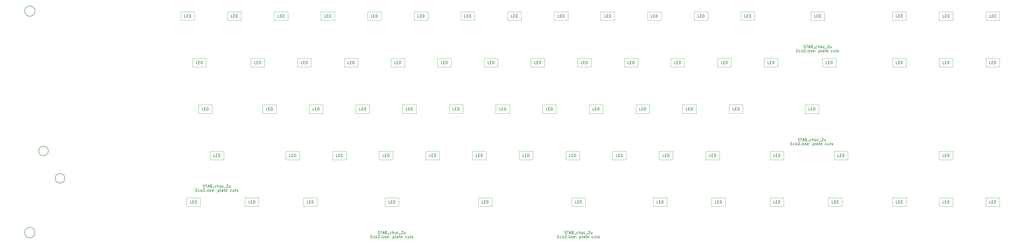
<source format=gbr>
%TF.GenerationSoftware,KiCad,Pcbnew,8.0.1*%
%TF.CreationDate,2024-07-20T19:57:27+09:00*%
%TF.ProjectId,lowd75,6c6f7764-3735-42e6-9b69-6361645f7063,rev?*%
%TF.SameCoordinates,Original*%
%TF.FileFunction,Other,Comment*%
%FSLAX46Y46*%
G04 Gerber Fmt 4.6, Leading zero omitted, Abs format (unit mm)*
G04 Created by KiCad (PCBNEW 8.0.1) date 2024-07-20 19:57:27*
%MOMM*%
%LPD*%
G01*
G04 APERTURE LIST*
%ADD10C,0.150000*%
%ADD11C,0.100000*%
G04 APERTURE END LIST*
D10*
X743977380Y-146432200D02*
X744120237Y-146479819D01*
X744120237Y-146479819D02*
X744358332Y-146479819D01*
X744358332Y-146479819D02*
X744453570Y-146432200D01*
X744453570Y-146432200D02*
X744501189Y-146384580D01*
X744501189Y-146384580D02*
X744548808Y-146289342D01*
X744548808Y-146289342D02*
X744548808Y-146194104D01*
X744548808Y-146194104D02*
X744501189Y-146098866D01*
X744501189Y-146098866D02*
X744453570Y-146051247D01*
X744453570Y-146051247D02*
X744358332Y-146003628D01*
X744358332Y-146003628D02*
X744167856Y-145956009D01*
X744167856Y-145956009D02*
X744072618Y-145908390D01*
X744072618Y-145908390D02*
X744024999Y-145860771D01*
X744024999Y-145860771D02*
X743977380Y-145765533D01*
X743977380Y-145765533D02*
X743977380Y-145670295D01*
X743977380Y-145670295D02*
X744024999Y-145575057D01*
X744024999Y-145575057D02*
X744072618Y-145527438D01*
X744072618Y-145527438D02*
X744167856Y-145479819D01*
X744167856Y-145479819D02*
X744405951Y-145479819D01*
X744405951Y-145479819D02*
X744548808Y-145527438D01*
X744834523Y-145479819D02*
X745405951Y-145479819D01*
X745120237Y-146479819D02*
X745120237Y-145479819D01*
X745691666Y-146194104D02*
X746167856Y-146194104D01*
X745596428Y-146479819D02*
X745929761Y-145479819D01*
X745929761Y-145479819D02*
X746263094Y-146479819D01*
X746929761Y-145956009D02*
X747072618Y-146003628D01*
X747072618Y-146003628D02*
X747120237Y-146051247D01*
X747120237Y-146051247D02*
X747167856Y-146146485D01*
X747167856Y-146146485D02*
X747167856Y-146289342D01*
X747167856Y-146289342D02*
X747120237Y-146384580D01*
X747120237Y-146384580D02*
X747072618Y-146432200D01*
X747072618Y-146432200D02*
X746977380Y-146479819D01*
X746977380Y-146479819D02*
X746596428Y-146479819D01*
X746596428Y-146479819D02*
X746596428Y-145479819D01*
X746596428Y-145479819D02*
X746929761Y-145479819D01*
X746929761Y-145479819D02*
X747024999Y-145527438D01*
X747024999Y-145527438D02*
X747072618Y-145575057D01*
X747072618Y-145575057D02*
X747120237Y-145670295D01*
X747120237Y-145670295D02*
X747120237Y-145765533D01*
X747120237Y-145765533D02*
X747072618Y-145860771D01*
X747072618Y-145860771D02*
X747024999Y-145908390D01*
X747024999Y-145908390D02*
X746929761Y-145956009D01*
X746929761Y-145956009D02*
X746596428Y-145956009D01*
X747358333Y-146575057D02*
X748120237Y-146575057D01*
X748786904Y-146432200D02*
X748691666Y-146479819D01*
X748691666Y-146479819D02*
X748501190Y-146479819D01*
X748501190Y-146479819D02*
X748405952Y-146432200D01*
X748405952Y-146432200D02*
X748358333Y-146384580D01*
X748358333Y-146384580D02*
X748310714Y-146289342D01*
X748310714Y-146289342D02*
X748310714Y-146003628D01*
X748310714Y-146003628D02*
X748358333Y-145908390D01*
X748358333Y-145908390D02*
X748405952Y-145860771D01*
X748405952Y-145860771D02*
X748501190Y-145813152D01*
X748501190Y-145813152D02*
X748691666Y-145813152D01*
X748691666Y-145813152D02*
X748786904Y-145860771D01*
X749215476Y-146479819D02*
X749215476Y-145479819D01*
X749644047Y-146479819D02*
X749644047Y-145956009D01*
X749644047Y-145956009D02*
X749596428Y-145860771D01*
X749596428Y-145860771D02*
X749501190Y-145813152D01*
X749501190Y-145813152D02*
X749358333Y-145813152D01*
X749358333Y-145813152D02*
X749263095Y-145860771D01*
X749263095Y-145860771D02*
X749215476Y-145908390D01*
X750263095Y-146479819D02*
X750167857Y-146432200D01*
X750167857Y-146432200D02*
X750120238Y-146384580D01*
X750120238Y-146384580D02*
X750072619Y-146289342D01*
X750072619Y-146289342D02*
X750072619Y-146003628D01*
X750072619Y-146003628D02*
X750120238Y-145908390D01*
X750120238Y-145908390D02*
X750167857Y-145860771D01*
X750167857Y-145860771D02*
X750263095Y-145813152D01*
X750263095Y-145813152D02*
X750405952Y-145813152D01*
X750405952Y-145813152D02*
X750501190Y-145860771D01*
X750501190Y-145860771D02*
X750548809Y-145908390D01*
X750548809Y-145908390D02*
X750596428Y-146003628D01*
X750596428Y-146003628D02*
X750596428Y-146289342D01*
X750596428Y-146289342D02*
X750548809Y-146384580D01*
X750548809Y-146384580D02*
X750501190Y-146432200D01*
X750501190Y-146432200D02*
X750405952Y-146479819D01*
X750405952Y-146479819D02*
X750263095Y-146479819D01*
X751453571Y-146432200D02*
X751358333Y-146479819D01*
X751358333Y-146479819D02*
X751167857Y-146479819D01*
X751167857Y-146479819D02*
X751072619Y-146432200D01*
X751072619Y-146432200D02*
X751025000Y-146384580D01*
X751025000Y-146384580D02*
X750977381Y-146289342D01*
X750977381Y-146289342D02*
X750977381Y-146003628D01*
X750977381Y-146003628D02*
X751025000Y-145908390D01*
X751025000Y-145908390D02*
X751072619Y-145860771D01*
X751072619Y-145860771D02*
X751167857Y-145813152D01*
X751167857Y-145813152D02*
X751358333Y-145813152D01*
X751358333Y-145813152D02*
X751453571Y-145860771D01*
X751644048Y-146575057D02*
X752405952Y-146575057D01*
X752596429Y-145575057D02*
X752644048Y-145527438D01*
X752644048Y-145527438D02*
X752739286Y-145479819D01*
X752739286Y-145479819D02*
X752977381Y-145479819D01*
X752977381Y-145479819D02*
X753072619Y-145527438D01*
X753072619Y-145527438D02*
X753120238Y-145575057D01*
X753120238Y-145575057D02*
X753167857Y-145670295D01*
X753167857Y-145670295D02*
X753167857Y-145765533D01*
X753167857Y-145765533D02*
X753120238Y-145908390D01*
X753120238Y-145908390D02*
X752548810Y-146479819D01*
X752548810Y-146479819D02*
X753167857Y-146479819D01*
X754025000Y-145813152D02*
X754025000Y-146479819D01*
X753596429Y-145813152D02*
X753596429Y-146336961D01*
X753596429Y-146336961D02*
X753644048Y-146432200D01*
X753644048Y-146432200D02*
X753739286Y-146479819D01*
X753739286Y-146479819D02*
X753882143Y-146479819D01*
X753882143Y-146479819D02*
X753977381Y-146432200D01*
X753977381Y-146432200D02*
X754025000Y-146384580D01*
X741405951Y-147456009D02*
X741739284Y-147456009D01*
X741882141Y-147979819D02*
X741405951Y-147979819D01*
X741405951Y-147979819D02*
X741405951Y-146979819D01*
X741405951Y-146979819D02*
X741882141Y-146979819D01*
X742739284Y-147932200D02*
X742644046Y-147979819D01*
X742644046Y-147979819D02*
X742453570Y-147979819D01*
X742453570Y-147979819D02*
X742358332Y-147932200D01*
X742358332Y-147932200D02*
X742310713Y-147884580D01*
X742310713Y-147884580D02*
X742263094Y-147789342D01*
X742263094Y-147789342D02*
X742263094Y-147503628D01*
X742263094Y-147503628D02*
X742310713Y-147408390D01*
X742310713Y-147408390D02*
X742358332Y-147360771D01*
X742358332Y-147360771D02*
X742453570Y-147313152D01*
X742453570Y-147313152D02*
X742644046Y-147313152D01*
X742644046Y-147313152D02*
X742739284Y-147360771D01*
X743310713Y-147979819D02*
X743215475Y-147932200D01*
X743215475Y-147932200D02*
X743167856Y-147884580D01*
X743167856Y-147884580D02*
X743120237Y-147789342D01*
X743120237Y-147789342D02*
X743120237Y-147503628D01*
X743120237Y-147503628D02*
X743167856Y-147408390D01*
X743167856Y-147408390D02*
X743215475Y-147360771D01*
X743215475Y-147360771D02*
X743310713Y-147313152D01*
X743310713Y-147313152D02*
X743453570Y-147313152D01*
X743453570Y-147313152D02*
X743548808Y-147360771D01*
X743548808Y-147360771D02*
X743596427Y-147408390D01*
X743596427Y-147408390D02*
X743644046Y-147503628D01*
X743644046Y-147503628D02*
X743644046Y-147789342D01*
X743644046Y-147789342D02*
X743596427Y-147884580D01*
X743596427Y-147884580D02*
X743548808Y-147932200D01*
X743548808Y-147932200D02*
X743453570Y-147979819D01*
X743453570Y-147979819D02*
X743310713Y-147979819D01*
X744024999Y-147075057D02*
X744072618Y-147027438D01*
X744072618Y-147027438D02*
X744167856Y-146979819D01*
X744167856Y-146979819D02*
X744405951Y-146979819D01*
X744405951Y-146979819D02*
X744501189Y-147027438D01*
X744501189Y-147027438D02*
X744548808Y-147075057D01*
X744548808Y-147075057D02*
X744596427Y-147170295D01*
X744596427Y-147170295D02*
X744596427Y-147265533D01*
X744596427Y-147265533D02*
X744548808Y-147408390D01*
X744548808Y-147408390D02*
X743977380Y-147979819D01*
X743977380Y-147979819D02*
X744596427Y-147979819D01*
X745024999Y-147884580D02*
X745072618Y-147932200D01*
X745072618Y-147932200D02*
X745024999Y-147979819D01*
X745024999Y-147979819D02*
X744977380Y-147932200D01*
X744977380Y-147932200D02*
X745024999Y-147884580D01*
X745024999Y-147884580D02*
X745024999Y-147979819D01*
X745501189Y-146979819D02*
X745501189Y-147789342D01*
X745501189Y-147789342D02*
X745548808Y-147884580D01*
X745548808Y-147884580D02*
X745596427Y-147932200D01*
X745596427Y-147932200D02*
X745691665Y-147979819D01*
X745691665Y-147979819D02*
X745882141Y-147979819D01*
X745882141Y-147979819D02*
X745977379Y-147932200D01*
X745977379Y-147932200D02*
X746024998Y-147884580D01*
X746024998Y-147884580D02*
X746072617Y-147789342D01*
X746072617Y-147789342D02*
X746072617Y-146979819D01*
X746501189Y-147932200D02*
X746596427Y-147979819D01*
X746596427Y-147979819D02*
X746786903Y-147979819D01*
X746786903Y-147979819D02*
X746882141Y-147932200D01*
X746882141Y-147932200D02*
X746929760Y-147836961D01*
X746929760Y-147836961D02*
X746929760Y-147789342D01*
X746929760Y-147789342D02*
X746882141Y-147694104D01*
X746882141Y-147694104D02*
X746786903Y-147646485D01*
X746786903Y-147646485D02*
X746644046Y-147646485D01*
X746644046Y-147646485D02*
X746548808Y-147598866D01*
X746548808Y-147598866D02*
X746501189Y-147503628D01*
X746501189Y-147503628D02*
X746501189Y-147456009D01*
X746501189Y-147456009D02*
X746548808Y-147360771D01*
X746548808Y-147360771D02*
X746644046Y-147313152D01*
X746644046Y-147313152D02*
X746786903Y-147313152D01*
X746786903Y-147313152D02*
X746882141Y-147360771D01*
X747739284Y-147932200D02*
X747644046Y-147979819D01*
X747644046Y-147979819D02*
X747453570Y-147979819D01*
X747453570Y-147979819D02*
X747358332Y-147932200D01*
X747358332Y-147932200D02*
X747310713Y-147836961D01*
X747310713Y-147836961D02*
X747310713Y-147456009D01*
X747310713Y-147456009D02*
X747358332Y-147360771D01*
X747358332Y-147360771D02*
X747453570Y-147313152D01*
X747453570Y-147313152D02*
X747644046Y-147313152D01*
X747644046Y-147313152D02*
X747739284Y-147360771D01*
X747739284Y-147360771D02*
X747786903Y-147456009D01*
X747786903Y-147456009D02*
X747786903Y-147551247D01*
X747786903Y-147551247D02*
X747310713Y-147646485D01*
X748215475Y-147884580D02*
X748263094Y-147932200D01*
X748263094Y-147932200D02*
X748215475Y-147979819D01*
X748215475Y-147979819D02*
X748167856Y-147932200D01*
X748167856Y-147932200D02*
X748215475Y-147884580D01*
X748215475Y-147884580D02*
X748215475Y-147979819D01*
X748215475Y-147360771D02*
X748263094Y-147408390D01*
X748263094Y-147408390D02*
X748215475Y-147456009D01*
X748215475Y-147456009D02*
X748167856Y-147408390D01*
X748167856Y-147408390D02*
X748215475Y-147360771D01*
X748215475Y-147360771D02*
X748215475Y-147456009D01*
X749453570Y-147313152D02*
X749453570Y-148313152D01*
X749453570Y-147360771D02*
X749548808Y-147313152D01*
X749548808Y-147313152D02*
X749739284Y-147313152D01*
X749739284Y-147313152D02*
X749834522Y-147360771D01*
X749834522Y-147360771D02*
X749882141Y-147408390D01*
X749882141Y-147408390D02*
X749929760Y-147503628D01*
X749929760Y-147503628D02*
X749929760Y-147789342D01*
X749929760Y-147789342D02*
X749882141Y-147884580D01*
X749882141Y-147884580D02*
X749834522Y-147932200D01*
X749834522Y-147932200D02*
X749739284Y-147979819D01*
X749739284Y-147979819D02*
X749548808Y-147979819D01*
X749548808Y-147979819D02*
X749453570Y-147932200D01*
X750501189Y-147979819D02*
X750405951Y-147932200D01*
X750405951Y-147932200D02*
X750358332Y-147836961D01*
X750358332Y-147836961D02*
X750358332Y-146979819D01*
X751310713Y-147979819D02*
X751310713Y-147456009D01*
X751310713Y-147456009D02*
X751263094Y-147360771D01*
X751263094Y-147360771D02*
X751167856Y-147313152D01*
X751167856Y-147313152D02*
X750977380Y-147313152D01*
X750977380Y-147313152D02*
X750882142Y-147360771D01*
X751310713Y-147932200D02*
X751215475Y-147979819D01*
X751215475Y-147979819D02*
X750977380Y-147979819D01*
X750977380Y-147979819D02*
X750882142Y-147932200D01*
X750882142Y-147932200D02*
X750834523Y-147836961D01*
X750834523Y-147836961D02*
X750834523Y-147741723D01*
X750834523Y-147741723D02*
X750882142Y-147646485D01*
X750882142Y-147646485D02*
X750977380Y-147598866D01*
X750977380Y-147598866D02*
X751215475Y-147598866D01*
X751215475Y-147598866D02*
X751310713Y-147551247D01*
X751644047Y-147313152D02*
X752024999Y-147313152D01*
X751786904Y-146979819D02*
X751786904Y-147836961D01*
X751786904Y-147836961D02*
X751834523Y-147932200D01*
X751834523Y-147932200D02*
X751929761Y-147979819D01*
X751929761Y-147979819D02*
X752024999Y-147979819D01*
X752739285Y-147932200D02*
X752644047Y-147979819D01*
X752644047Y-147979819D02*
X752453571Y-147979819D01*
X752453571Y-147979819D02*
X752358333Y-147932200D01*
X752358333Y-147932200D02*
X752310714Y-147836961D01*
X752310714Y-147836961D02*
X752310714Y-147456009D01*
X752310714Y-147456009D02*
X752358333Y-147360771D01*
X752358333Y-147360771D02*
X752453571Y-147313152D01*
X752453571Y-147313152D02*
X752644047Y-147313152D01*
X752644047Y-147313152D02*
X752739285Y-147360771D01*
X752739285Y-147360771D02*
X752786904Y-147456009D01*
X752786904Y-147456009D02*
X752786904Y-147551247D01*
X752786904Y-147551247D02*
X752310714Y-147646485D01*
X754405952Y-147932200D02*
X754310714Y-147979819D01*
X754310714Y-147979819D02*
X754120238Y-147979819D01*
X754120238Y-147979819D02*
X754025000Y-147932200D01*
X754025000Y-147932200D02*
X753977381Y-147884580D01*
X753977381Y-147884580D02*
X753929762Y-147789342D01*
X753929762Y-147789342D02*
X753929762Y-147503628D01*
X753929762Y-147503628D02*
X753977381Y-147408390D01*
X753977381Y-147408390D02*
X754025000Y-147360771D01*
X754025000Y-147360771D02*
X754120238Y-147313152D01*
X754120238Y-147313152D02*
X754310714Y-147313152D01*
X754310714Y-147313152D02*
X754405952Y-147360771D01*
X755263095Y-147313152D02*
X755263095Y-147979819D01*
X754834524Y-147313152D02*
X754834524Y-147836961D01*
X754834524Y-147836961D02*
X754882143Y-147932200D01*
X754882143Y-147932200D02*
X754977381Y-147979819D01*
X754977381Y-147979819D02*
X755120238Y-147979819D01*
X755120238Y-147979819D02*
X755215476Y-147932200D01*
X755215476Y-147932200D02*
X755263095Y-147884580D01*
X755596429Y-147313152D02*
X755977381Y-147313152D01*
X755739286Y-146979819D02*
X755739286Y-147836961D01*
X755739286Y-147836961D02*
X755786905Y-147932200D01*
X755786905Y-147932200D02*
X755882143Y-147979819D01*
X755882143Y-147979819D02*
X755977381Y-147979819D01*
X756263096Y-147932200D02*
X756358334Y-147979819D01*
X756358334Y-147979819D02*
X756548810Y-147979819D01*
X756548810Y-147979819D02*
X756644048Y-147932200D01*
X756644048Y-147932200D02*
X756691667Y-147836961D01*
X756691667Y-147836961D02*
X756691667Y-147789342D01*
X756691667Y-147789342D02*
X756644048Y-147694104D01*
X756644048Y-147694104D02*
X756548810Y-147646485D01*
X756548810Y-147646485D02*
X756405953Y-147646485D01*
X756405953Y-147646485D02*
X756310715Y-147598866D01*
X756310715Y-147598866D02*
X756263096Y-147503628D01*
X756263096Y-147503628D02*
X756263096Y-147456009D01*
X756263096Y-147456009D02*
X756310715Y-147360771D01*
X756310715Y-147360771D02*
X756405953Y-147313152D01*
X756405953Y-147313152D02*
X756548810Y-147313152D01*
X756548810Y-147313152D02*
X756644048Y-147360771D01*
X650632142Y-169279819D02*
X650155952Y-169279819D01*
X650155952Y-169279819D02*
X650155952Y-168279819D01*
X650965476Y-168756009D02*
X651298809Y-168756009D01*
X651441666Y-169279819D02*
X650965476Y-169279819D01*
X650965476Y-169279819D02*
X650965476Y-168279819D01*
X650965476Y-168279819D02*
X651441666Y-168279819D01*
X651870238Y-169279819D02*
X651870238Y-168279819D01*
X651870238Y-168279819D02*
X652108333Y-168279819D01*
X652108333Y-168279819D02*
X652251190Y-168327438D01*
X652251190Y-168327438D02*
X652346428Y-168422676D01*
X652346428Y-168422676D02*
X652394047Y-168517914D01*
X652394047Y-168517914D02*
X652441666Y-168708390D01*
X652441666Y-168708390D02*
X652441666Y-168851247D01*
X652441666Y-168851247D02*
X652394047Y-169041723D01*
X652394047Y-169041723D02*
X652346428Y-169136961D01*
X652346428Y-169136961D02*
X652251190Y-169232200D01*
X652251190Y-169232200D02*
X652108333Y-169279819D01*
X652108333Y-169279819D02*
X651870238Y-169279819D01*
X684632142Y-169279819D02*
X684155952Y-169279819D01*
X684155952Y-169279819D02*
X684155952Y-168279819D01*
X684965476Y-168756009D02*
X685298809Y-168756009D01*
X685441666Y-169279819D02*
X684965476Y-169279819D01*
X684965476Y-169279819D02*
X684965476Y-168279819D01*
X684965476Y-168279819D02*
X685441666Y-168279819D01*
X685870238Y-169279819D02*
X685870238Y-168279819D01*
X685870238Y-168279819D02*
X686108333Y-168279819D01*
X686108333Y-168279819D02*
X686251190Y-168327438D01*
X686251190Y-168327438D02*
X686346428Y-168422676D01*
X686346428Y-168422676D02*
X686394047Y-168517914D01*
X686394047Y-168517914D02*
X686441666Y-168708390D01*
X686441666Y-168708390D02*
X686441666Y-168851247D01*
X686441666Y-168851247D02*
X686394047Y-169041723D01*
X686394047Y-169041723D02*
X686346428Y-169136961D01*
X686346428Y-169136961D02*
X686251190Y-169232200D01*
X686251190Y-169232200D02*
X686108333Y-169279819D01*
X686108333Y-169279819D02*
X685870238Y-169279819D01*
X795132142Y-135279819D02*
X794655952Y-135279819D01*
X794655952Y-135279819D02*
X794655952Y-134279819D01*
X795465476Y-134756009D02*
X795798809Y-134756009D01*
X795941666Y-135279819D02*
X795465476Y-135279819D01*
X795465476Y-135279819D02*
X795465476Y-134279819D01*
X795465476Y-134279819D02*
X795941666Y-134279819D01*
X796370238Y-135279819D02*
X796370238Y-134279819D01*
X796370238Y-134279819D02*
X796608333Y-134279819D01*
X796608333Y-134279819D02*
X796751190Y-134327438D01*
X796751190Y-134327438D02*
X796846428Y-134422676D01*
X796846428Y-134422676D02*
X796894047Y-134517914D01*
X796894047Y-134517914D02*
X796941666Y-134708390D01*
X796941666Y-134708390D02*
X796941666Y-134851247D01*
X796941666Y-134851247D02*
X796894047Y-135041723D01*
X796894047Y-135041723D02*
X796846428Y-135136961D01*
X796846428Y-135136961D02*
X796751190Y-135232200D01*
X796751190Y-135232200D02*
X796608333Y-135279819D01*
X796608333Y-135279819D02*
X796370238Y-135279819D01*
X633632142Y-169279819D02*
X633155952Y-169279819D01*
X633155952Y-169279819D02*
X633155952Y-168279819D01*
X633965476Y-168756009D02*
X634298809Y-168756009D01*
X634441666Y-169279819D02*
X633965476Y-169279819D01*
X633965476Y-169279819D02*
X633965476Y-168279819D01*
X633965476Y-168279819D02*
X634441666Y-168279819D01*
X634870238Y-169279819D02*
X634870238Y-168279819D01*
X634870238Y-168279819D02*
X635108333Y-168279819D01*
X635108333Y-168279819D02*
X635251190Y-168327438D01*
X635251190Y-168327438D02*
X635346428Y-168422676D01*
X635346428Y-168422676D02*
X635394047Y-168517914D01*
X635394047Y-168517914D02*
X635441666Y-168708390D01*
X635441666Y-168708390D02*
X635441666Y-168851247D01*
X635441666Y-168851247D02*
X635394047Y-169041723D01*
X635394047Y-169041723D02*
X635346428Y-169136961D01*
X635346428Y-169136961D02*
X635251190Y-169232200D01*
X635251190Y-169232200D02*
X635108333Y-169279819D01*
X635108333Y-169279819D02*
X634870238Y-169279819D01*
X663382142Y-152279819D02*
X662905952Y-152279819D01*
X662905952Y-152279819D02*
X662905952Y-151279819D01*
X663715476Y-151756009D02*
X664048809Y-151756009D01*
X664191666Y-152279819D02*
X663715476Y-152279819D01*
X663715476Y-152279819D02*
X663715476Y-151279819D01*
X663715476Y-151279819D02*
X664191666Y-151279819D01*
X664620238Y-152279819D02*
X664620238Y-151279819D01*
X664620238Y-151279819D02*
X664858333Y-151279819D01*
X664858333Y-151279819D02*
X665001190Y-151327438D01*
X665001190Y-151327438D02*
X665096428Y-151422676D01*
X665096428Y-151422676D02*
X665144047Y-151517914D01*
X665144047Y-151517914D02*
X665191666Y-151708390D01*
X665191666Y-151708390D02*
X665191666Y-151851247D01*
X665191666Y-151851247D02*
X665144047Y-152041723D01*
X665144047Y-152041723D02*
X665096428Y-152136961D01*
X665096428Y-152136961D02*
X665001190Y-152232200D01*
X665001190Y-152232200D02*
X664858333Y-152279819D01*
X664858333Y-152279819D02*
X664620238Y-152279819D01*
X599632142Y-169279819D02*
X599155952Y-169279819D01*
X599155952Y-169279819D02*
X599155952Y-168279819D01*
X599965476Y-168756009D02*
X600298809Y-168756009D01*
X600441666Y-169279819D02*
X599965476Y-169279819D01*
X599965476Y-169279819D02*
X599965476Y-168279819D01*
X599965476Y-168279819D02*
X600441666Y-168279819D01*
X600870238Y-169279819D02*
X600870238Y-168279819D01*
X600870238Y-168279819D02*
X601108333Y-168279819D01*
X601108333Y-168279819D02*
X601251190Y-168327438D01*
X601251190Y-168327438D02*
X601346428Y-168422676D01*
X601346428Y-168422676D02*
X601394047Y-168517914D01*
X601394047Y-168517914D02*
X601441666Y-168708390D01*
X601441666Y-168708390D02*
X601441666Y-168851247D01*
X601441666Y-168851247D02*
X601394047Y-169041723D01*
X601394047Y-169041723D02*
X601346428Y-169136961D01*
X601346428Y-169136961D02*
X601251190Y-169232200D01*
X601251190Y-169232200D02*
X601108333Y-169279819D01*
X601108333Y-169279819D02*
X600870238Y-169279819D01*
X629382142Y-152279819D02*
X628905952Y-152279819D01*
X628905952Y-152279819D02*
X628905952Y-151279819D01*
X629715476Y-151756009D02*
X630048809Y-151756009D01*
X630191666Y-152279819D02*
X629715476Y-152279819D01*
X629715476Y-152279819D02*
X629715476Y-151279819D01*
X629715476Y-151279819D02*
X630191666Y-151279819D01*
X630620238Y-152279819D02*
X630620238Y-151279819D01*
X630620238Y-151279819D02*
X630858333Y-151279819D01*
X630858333Y-151279819D02*
X631001190Y-151327438D01*
X631001190Y-151327438D02*
X631096428Y-151422676D01*
X631096428Y-151422676D02*
X631144047Y-151517914D01*
X631144047Y-151517914D02*
X631191666Y-151708390D01*
X631191666Y-151708390D02*
X631191666Y-151851247D01*
X631191666Y-151851247D02*
X631144047Y-152041723D01*
X631144047Y-152041723D02*
X631096428Y-152136961D01*
X631096428Y-152136961D02*
X631001190Y-152232200D01*
X631001190Y-152232200D02*
X630858333Y-152279819D01*
X630858333Y-152279819D02*
X630620238Y-152279819D01*
X701632142Y-169279819D02*
X701155952Y-169279819D01*
X701155952Y-169279819D02*
X701155952Y-168279819D01*
X701965476Y-168756009D02*
X702298809Y-168756009D01*
X702441666Y-169279819D02*
X701965476Y-169279819D01*
X701965476Y-169279819D02*
X701965476Y-168279819D01*
X701965476Y-168279819D02*
X702441666Y-168279819D01*
X702870238Y-169279819D02*
X702870238Y-168279819D01*
X702870238Y-168279819D02*
X703108333Y-168279819D01*
X703108333Y-168279819D02*
X703251190Y-168327438D01*
X703251190Y-168327438D02*
X703346428Y-168422676D01*
X703346428Y-168422676D02*
X703394047Y-168517914D01*
X703394047Y-168517914D02*
X703441666Y-168708390D01*
X703441666Y-168708390D02*
X703441666Y-168851247D01*
X703441666Y-168851247D02*
X703394047Y-169041723D01*
X703394047Y-169041723D02*
X703346428Y-169136961D01*
X703346428Y-169136961D02*
X703251190Y-169232200D01*
X703251190Y-169232200D02*
X703108333Y-169279819D01*
X703108333Y-169279819D02*
X702870238Y-169279819D01*
X627257142Y-203279819D02*
X626780952Y-203279819D01*
X626780952Y-203279819D02*
X626780952Y-202279819D01*
X627590476Y-202756009D02*
X627923809Y-202756009D01*
X628066666Y-203279819D02*
X627590476Y-203279819D01*
X627590476Y-203279819D02*
X627590476Y-202279819D01*
X627590476Y-202279819D02*
X628066666Y-202279819D01*
X628495238Y-203279819D02*
X628495238Y-202279819D01*
X628495238Y-202279819D02*
X628733333Y-202279819D01*
X628733333Y-202279819D02*
X628876190Y-202327438D01*
X628876190Y-202327438D02*
X628971428Y-202422676D01*
X628971428Y-202422676D02*
X629019047Y-202517914D01*
X629019047Y-202517914D02*
X629066666Y-202708390D01*
X629066666Y-202708390D02*
X629066666Y-202851247D01*
X629066666Y-202851247D02*
X629019047Y-203041723D01*
X629019047Y-203041723D02*
X628971428Y-203136961D01*
X628971428Y-203136961D02*
X628876190Y-203232200D01*
X628876190Y-203232200D02*
X628733333Y-203279819D01*
X628733333Y-203279819D02*
X628495238Y-203279819D01*
X705882142Y-135279819D02*
X705405952Y-135279819D01*
X705405952Y-135279819D02*
X705405952Y-134279819D01*
X706215476Y-134756009D02*
X706548809Y-134756009D01*
X706691666Y-135279819D02*
X706215476Y-135279819D01*
X706215476Y-135279819D02*
X706215476Y-134279819D01*
X706215476Y-134279819D02*
X706691666Y-134279819D01*
X707120238Y-135279819D02*
X707120238Y-134279819D01*
X707120238Y-134279819D02*
X707358333Y-134279819D01*
X707358333Y-134279819D02*
X707501190Y-134327438D01*
X707501190Y-134327438D02*
X707596428Y-134422676D01*
X707596428Y-134422676D02*
X707644047Y-134517914D01*
X707644047Y-134517914D02*
X707691666Y-134708390D01*
X707691666Y-134708390D02*
X707691666Y-134851247D01*
X707691666Y-134851247D02*
X707644047Y-135041723D01*
X707644047Y-135041723D02*
X707596428Y-135136961D01*
X707596428Y-135136961D02*
X707501190Y-135232200D01*
X707501190Y-135232200D02*
X707358333Y-135279819D01*
X707358333Y-135279819D02*
X707120238Y-135279819D01*
X561382142Y-152279819D02*
X560905952Y-152279819D01*
X560905952Y-152279819D02*
X560905952Y-151279819D01*
X561715476Y-151756009D02*
X562048809Y-151756009D01*
X562191666Y-152279819D02*
X561715476Y-152279819D01*
X561715476Y-152279819D02*
X561715476Y-151279819D01*
X561715476Y-151279819D02*
X562191666Y-151279819D01*
X562620238Y-152279819D02*
X562620238Y-151279819D01*
X562620238Y-151279819D02*
X562858333Y-151279819D01*
X562858333Y-151279819D02*
X563001190Y-151327438D01*
X563001190Y-151327438D02*
X563096428Y-151422676D01*
X563096428Y-151422676D02*
X563144047Y-151517914D01*
X563144047Y-151517914D02*
X563191666Y-151708390D01*
X563191666Y-151708390D02*
X563191666Y-151851247D01*
X563191666Y-151851247D02*
X563144047Y-152041723D01*
X563144047Y-152041723D02*
X563096428Y-152136961D01*
X563096428Y-152136961D02*
X563001190Y-152232200D01*
X563001190Y-152232200D02*
X562858333Y-152279819D01*
X562858333Y-152279819D02*
X562620238Y-152279819D01*
X642132142Y-186279819D02*
X641655952Y-186279819D01*
X641655952Y-186279819D02*
X641655952Y-185279819D01*
X642465476Y-185756009D02*
X642798809Y-185756009D01*
X642941666Y-186279819D02*
X642465476Y-186279819D01*
X642465476Y-186279819D02*
X642465476Y-185279819D01*
X642465476Y-185279819D02*
X642941666Y-185279819D01*
X643370238Y-186279819D02*
X643370238Y-185279819D01*
X643370238Y-185279819D02*
X643608333Y-185279819D01*
X643608333Y-185279819D02*
X643751190Y-185327438D01*
X643751190Y-185327438D02*
X643846428Y-185422676D01*
X643846428Y-185422676D02*
X643894047Y-185517914D01*
X643894047Y-185517914D02*
X643941666Y-185708390D01*
X643941666Y-185708390D02*
X643941666Y-185851247D01*
X643941666Y-185851247D02*
X643894047Y-186041723D01*
X643894047Y-186041723D02*
X643846428Y-186136961D01*
X643846428Y-186136961D02*
X643751190Y-186232200D01*
X643751190Y-186232200D02*
X643608333Y-186279819D01*
X643608333Y-186279819D02*
X643370238Y-186279819D01*
X518882142Y-135279819D02*
X518405952Y-135279819D01*
X518405952Y-135279819D02*
X518405952Y-134279819D01*
X519215476Y-134756009D02*
X519548809Y-134756009D01*
X519691666Y-135279819D02*
X519215476Y-135279819D01*
X519215476Y-135279819D02*
X519215476Y-134279819D01*
X519215476Y-134279819D02*
X519691666Y-134279819D01*
X520120238Y-135279819D02*
X520120238Y-134279819D01*
X520120238Y-134279819D02*
X520358333Y-134279819D01*
X520358333Y-134279819D02*
X520501190Y-134327438D01*
X520501190Y-134327438D02*
X520596428Y-134422676D01*
X520596428Y-134422676D02*
X520644047Y-134517914D01*
X520644047Y-134517914D02*
X520691666Y-134708390D01*
X520691666Y-134708390D02*
X520691666Y-134851247D01*
X520691666Y-134851247D02*
X520644047Y-135041723D01*
X520644047Y-135041723D02*
X520596428Y-135136961D01*
X520596428Y-135136961D02*
X520501190Y-135232200D01*
X520501190Y-135232200D02*
X520358333Y-135279819D01*
X520358333Y-135279819D02*
X520120238Y-135279819D01*
X616632142Y-169279819D02*
X616155952Y-169279819D01*
X616155952Y-169279819D02*
X616155952Y-168279819D01*
X616965476Y-168756009D02*
X617298809Y-168756009D01*
X617441666Y-169279819D02*
X616965476Y-169279819D01*
X616965476Y-169279819D02*
X616965476Y-168279819D01*
X616965476Y-168279819D02*
X617441666Y-168279819D01*
X617870238Y-169279819D02*
X617870238Y-168279819D01*
X617870238Y-168279819D02*
X618108333Y-168279819D01*
X618108333Y-168279819D02*
X618251190Y-168327438D01*
X618251190Y-168327438D02*
X618346428Y-168422676D01*
X618346428Y-168422676D02*
X618394047Y-168517914D01*
X618394047Y-168517914D02*
X618441666Y-168708390D01*
X618441666Y-168708390D02*
X618441666Y-168851247D01*
X618441666Y-168851247D02*
X618394047Y-169041723D01*
X618394047Y-169041723D02*
X618346428Y-169136961D01*
X618346428Y-169136961D02*
X618251190Y-169232200D01*
X618251190Y-169232200D02*
X618108333Y-169279819D01*
X618108333Y-169279819D02*
X617870238Y-169279819D01*
X612382142Y-152279819D02*
X611905952Y-152279819D01*
X611905952Y-152279819D02*
X611905952Y-151279819D01*
X612715476Y-151756009D02*
X613048809Y-151756009D01*
X613191666Y-152279819D02*
X612715476Y-152279819D01*
X612715476Y-152279819D02*
X612715476Y-151279819D01*
X612715476Y-151279819D02*
X613191666Y-151279819D01*
X613620238Y-152279819D02*
X613620238Y-151279819D01*
X613620238Y-151279819D02*
X613858333Y-151279819D01*
X613858333Y-151279819D02*
X614001190Y-151327438D01*
X614001190Y-151327438D02*
X614096428Y-151422676D01*
X614096428Y-151422676D02*
X614144047Y-151517914D01*
X614144047Y-151517914D02*
X614191666Y-151708390D01*
X614191666Y-151708390D02*
X614191666Y-151851247D01*
X614191666Y-151851247D02*
X614144047Y-152041723D01*
X614144047Y-152041723D02*
X614096428Y-152136961D01*
X614096428Y-152136961D02*
X614001190Y-152232200D01*
X614001190Y-152232200D02*
X613858333Y-152279819D01*
X613858333Y-152279819D02*
X613620238Y-152279819D01*
X525257142Y-169279819D02*
X524780952Y-169279819D01*
X524780952Y-169279819D02*
X524780952Y-168279819D01*
X525590476Y-168756009D02*
X525923809Y-168756009D01*
X526066666Y-169279819D02*
X525590476Y-169279819D01*
X525590476Y-169279819D02*
X525590476Y-168279819D01*
X525590476Y-168279819D02*
X526066666Y-168279819D01*
X526495238Y-169279819D02*
X526495238Y-168279819D01*
X526495238Y-168279819D02*
X526733333Y-168279819D01*
X526733333Y-168279819D02*
X526876190Y-168327438D01*
X526876190Y-168327438D02*
X526971428Y-168422676D01*
X526971428Y-168422676D02*
X527019047Y-168517914D01*
X527019047Y-168517914D02*
X527066666Y-168708390D01*
X527066666Y-168708390D02*
X527066666Y-168851247D01*
X527066666Y-168851247D02*
X527019047Y-169041723D01*
X527019047Y-169041723D02*
X526971428Y-169136961D01*
X526971428Y-169136961D02*
X526876190Y-169232200D01*
X526876190Y-169232200D02*
X526733333Y-169279819D01*
X526733333Y-169279819D02*
X526495238Y-169279819D01*
X620882142Y-135279819D02*
X620405952Y-135279819D01*
X620405952Y-135279819D02*
X620405952Y-134279819D01*
X621215476Y-134756009D02*
X621548809Y-134756009D01*
X621691666Y-135279819D02*
X621215476Y-135279819D01*
X621215476Y-135279819D02*
X621215476Y-134279819D01*
X621215476Y-134279819D02*
X621691666Y-134279819D01*
X622120238Y-135279819D02*
X622120238Y-134279819D01*
X622120238Y-134279819D02*
X622358333Y-134279819D01*
X622358333Y-134279819D02*
X622501190Y-134327438D01*
X622501190Y-134327438D02*
X622596428Y-134422676D01*
X622596428Y-134422676D02*
X622644047Y-134517914D01*
X622644047Y-134517914D02*
X622691666Y-134708390D01*
X622691666Y-134708390D02*
X622691666Y-134851247D01*
X622691666Y-134851247D02*
X622644047Y-135041723D01*
X622644047Y-135041723D02*
X622596428Y-135136961D01*
X622596428Y-135136961D02*
X622501190Y-135232200D01*
X622501190Y-135232200D02*
X622358333Y-135279819D01*
X622358333Y-135279819D02*
X622120238Y-135279819D01*
X756882142Y-186279819D02*
X756405952Y-186279819D01*
X756405952Y-186279819D02*
X756405952Y-185279819D01*
X757215476Y-185756009D02*
X757548809Y-185756009D01*
X757691666Y-186279819D02*
X757215476Y-186279819D01*
X757215476Y-186279819D02*
X757215476Y-185279819D01*
X757215476Y-185279819D02*
X757691666Y-185279819D01*
X758120238Y-186279819D02*
X758120238Y-185279819D01*
X758120238Y-185279819D02*
X758358333Y-185279819D01*
X758358333Y-185279819D02*
X758501190Y-185327438D01*
X758501190Y-185327438D02*
X758596428Y-185422676D01*
X758596428Y-185422676D02*
X758644047Y-185517914D01*
X758644047Y-185517914D02*
X758691666Y-185708390D01*
X758691666Y-185708390D02*
X758691666Y-185851247D01*
X758691666Y-185851247D02*
X758644047Y-186041723D01*
X758644047Y-186041723D02*
X758596428Y-186136961D01*
X758596428Y-186136961D02*
X758501190Y-186232200D01*
X758501190Y-186232200D02*
X758358333Y-186279819D01*
X758358333Y-186279819D02*
X758120238Y-186279819D01*
X578382142Y-152279819D02*
X577905952Y-152279819D01*
X577905952Y-152279819D02*
X577905952Y-151279819D01*
X578715476Y-151756009D02*
X579048809Y-151756009D01*
X579191666Y-152279819D02*
X578715476Y-152279819D01*
X578715476Y-152279819D02*
X578715476Y-151279819D01*
X578715476Y-151279819D02*
X579191666Y-151279819D01*
X579620238Y-152279819D02*
X579620238Y-151279819D01*
X579620238Y-151279819D02*
X579858333Y-151279819D01*
X579858333Y-151279819D02*
X580001190Y-151327438D01*
X580001190Y-151327438D02*
X580096428Y-151422676D01*
X580096428Y-151422676D02*
X580144047Y-151517914D01*
X580144047Y-151517914D02*
X580191666Y-151708390D01*
X580191666Y-151708390D02*
X580191666Y-151851247D01*
X580191666Y-151851247D02*
X580144047Y-152041723D01*
X580144047Y-152041723D02*
X580096428Y-152136961D01*
X580096428Y-152136961D02*
X580001190Y-152232200D01*
X580001190Y-152232200D02*
X579858333Y-152279819D01*
X579858333Y-152279819D02*
X579620238Y-152279819D01*
X654882142Y-135279819D02*
X654405952Y-135279819D01*
X654405952Y-135279819D02*
X654405952Y-134279819D01*
X655215476Y-134756009D02*
X655548809Y-134756009D01*
X655691666Y-135279819D02*
X655215476Y-135279819D01*
X655215476Y-135279819D02*
X655215476Y-134279819D01*
X655215476Y-134279819D02*
X655691666Y-134279819D01*
X656120238Y-135279819D02*
X656120238Y-134279819D01*
X656120238Y-134279819D02*
X656358333Y-134279819D01*
X656358333Y-134279819D02*
X656501190Y-134327438D01*
X656501190Y-134327438D02*
X656596428Y-134422676D01*
X656596428Y-134422676D02*
X656644047Y-134517914D01*
X656644047Y-134517914D02*
X656691666Y-134708390D01*
X656691666Y-134708390D02*
X656691666Y-134851247D01*
X656691666Y-134851247D02*
X656644047Y-135041723D01*
X656644047Y-135041723D02*
X656596428Y-135136961D01*
X656596428Y-135136961D02*
X656501190Y-135232200D01*
X656501190Y-135232200D02*
X656358333Y-135279819D01*
X656358333Y-135279819D02*
X656120238Y-135279819D01*
X733507142Y-203279819D02*
X733030952Y-203279819D01*
X733030952Y-203279819D02*
X733030952Y-202279819D01*
X733840476Y-202756009D02*
X734173809Y-202756009D01*
X734316666Y-203279819D02*
X733840476Y-203279819D01*
X733840476Y-203279819D02*
X733840476Y-202279819D01*
X733840476Y-202279819D02*
X734316666Y-202279819D01*
X734745238Y-203279819D02*
X734745238Y-202279819D01*
X734745238Y-202279819D02*
X734983333Y-202279819D01*
X734983333Y-202279819D02*
X735126190Y-202327438D01*
X735126190Y-202327438D02*
X735221428Y-202422676D01*
X735221428Y-202422676D02*
X735269047Y-202517914D01*
X735269047Y-202517914D02*
X735316666Y-202708390D01*
X735316666Y-202708390D02*
X735316666Y-202851247D01*
X735316666Y-202851247D02*
X735269047Y-203041723D01*
X735269047Y-203041723D02*
X735221428Y-203136961D01*
X735221428Y-203136961D02*
X735126190Y-203232200D01*
X735126190Y-203232200D02*
X734983333Y-203279819D01*
X734983333Y-203279819D02*
X734745238Y-203279819D01*
X588852380Y-214432200D02*
X588995237Y-214479819D01*
X588995237Y-214479819D02*
X589233332Y-214479819D01*
X589233332Y-214479819D02*
X589328570Y-214432200D01*
X589328570Y-214432200D02*
X589376189Y-214384580D01*
X589376189Y-214384580D02*
X589423808Y-214289342D01*
X589423808Y-214289342D02*
X589423808Y-214194104D01*
X589423808Y-214194104D02*
X589376189Y-214098866D01*
X589376189Y-214098866D02*
X589328570Y-214051247D01*
X589328570Y-214051247D02*
X589233332Y-214003628D01*
X589233332Y-214003628D02*
X589042856Y-213956009D01*
X589042856Y-213956009D02*
X588947618Y-213908390D01*
X588947618Y-213908390D02*
X588899999Y-213860771D01*
X588899999Y-213860771D02*
X588852380Y-213765533D01*
X588852380Y-213765533D02*
X588852380Y-213670295D01*
X588852380Y-213670295D02*
X588899999Y-213575057D01*
X588899999Y-213575057D02*
X588947618Y-213527438D01*
X588947618Y-213527438D02*
X589042856Y-213479819D01*
X589042856Y-213479819D02*
X589280951Y-213479819D01*
X589280951Y-213479819D02*
X589423808Y-213527438D01*
X589709523Y-213479819D02*
X590280951Y-213479819D01*
X589995237Y-214479819D02*
X589995237Y-213479819D01*
X590566666Y-214194104D02*
X591042856Y-214194104D01*
X590471428Y-214479819D02*
X590804761Y-213479819D01*
X590804761Y-213479819D02*
X591138094Y-214479819D01*
X591804761Y-213956009D02*
X591947618Y-214003628D01*
X591947618Y-214003628D02*
X591995237Y-214051247D01*
X591995237Y-214051247D02*
X592042856Y-214146485D01*
X592042856Y-214146485D02*
X592042856Y-214289342D01*
X592042856Y-214289342D02*
X591995237Y-214384580D01*
X591995237Y-214384580D02*
X591947618Y-214432200D01*
X591947618Y-214432200D02*
X591852380Y-214479819D01*
X591852380Y-214479819D02*
X591471428Y-214479819D01*
X591471428Y-214479819D02*
X591471428Y-213479819D01*
X591471428Y-213479819D02*
X591804761Y-213479819D01*
X591804761Y-213479819D02*
X591899999Y-213527438D01*
X591899999Y-213527438D02*
X591947618Y-213575057D01*
X591947618Y-213575057D02*
X591995237Y-213670295D01*
X591995237Y-213670295D02*
X591995237Y-213765533D01*
X591995237Y-213765533D02*
X591947618Y-213860771D01*
X591947618Y-213860771D02*
X591899999Y-213908390D01*
X591899999Y-213908390D02*
X591804761Y-213956009D01*
X591804761Y-213956009D02*
X591471428Y-213956009D01*
X592233333Y-214575057D02*
X592995237Y-214575057D01*
X593661904Y-214432200D02*
X593566666Y-214479819D01*
X593566666Y-214479819D02*
X593376190Y-214479819D01*
X593376190Y-214479819D02*
X593280952Y-214432200D01*
X593280952Y-214432200D02*
X593233333Y-214384580D01*
X593233333Y-214384580D02*
X593185714Y-214289342D01*
X593185714Y-214289342D02*
X593185714Y-214003628D01*
X593185714Y-214003628D02*
X593233333Y-213908390D01*
X593233333Y-213908390D02*
X593280952Y-213860771D01*
X593280952Y-213860771D02*
X593376190Y-213813152D01*
X593376190Y-213813152D02*
X593566666Y-213813152D01*
X593566666Y-213813152D02*
X593661904Y-213860771D01*
X594090476Y-214479819D02*
X594090476Y-213479819D01*
X594519047Y-214479819D02*
X594519047Y-213956009D01*
X594519047Y-213956009D02*
X594471428Y-213860771D01*
X594471428Y-213860771D02*
X594376190Y-213813152D01*
X594376190Y-213813152D02*
X594233333Y-213813152D01*
X594233333Y-213813152D02*
X594138095Y-213860771D01*
X594138095Y-213860771D02*
X594090476Y-213908390D01*
X595138095Y-214479819D02*
X595042857Y-214432200D01*
X595042857Y-214432200D02*
X594995238Y-214384580D01*
X594995238Y-214384580D02*
X594947619Y-214289342D01*
X594947619Y-214289342D02*
X594947619Y-214003628D01*
X594947619Y-214003628D02*
X594995238Y-213908390D01*
X594995238Y-213908390D02*
X595042857Y-213860771D01*
X595042857Y-213860771D02*
X595138095Y-213813152D01*
X595138095Y-213813152D02*
X595280952Y-213813152D01*
X595280952Y-213813152D02*
X595376190Y-213860771D01*
X595376190Y-213860771D02*
X595423809Y-213908390D01*
X595423809Y-213908390D02*
X595471428Y-214003628D01*
X595471428Y-214003628D02*
X595471428Y-214289342D01*
X595471428Y-214289342D02*
X595423809Y-214384580D01*
X595423809Y-214384580D02*
X595376190Y-214432200D01*
X595376190Y-214432200D02*
X595280952Y-214479819D01*
X595280952Y-214479819D02*
X595138095Y-214479819D01*
X596328571Y-214432200D02*
X596233333Y-214479819D01*
X596233333Y-214479819D02*
X596042857Y-214479819D01*
X596042857Y-214479819D02*
X595947619Y-214432200D01*
X595947619Y-214432200D02*
X595900000Y-214384580D01*
X595900000Y-214384580D02*
X595852381Y-214289342D01*
X595852381Y-214289342D02*
X595852381Y-214003628D01*
X595852381Y-214003628D02*
X595900000Y-213908390D01*
X595900000Y-213908390D02*
X595947619Y-213860771D01*
X595947619Y-213860771D02*
X596042857Y-213813152D01*
X596042857Y-213813152D02*
X596233333Y-213813152D01*
X596233333Y-213813152D02*
X596328571Y-213860771D01*
X596519048Y-214575057D02*
X597280952Y-214575057D01*
X597471429Y-213575057D02*
X597519048Y-213527438D01*
X597519048Y-213527438D02*
X597614286Y-213479819D01*
X597614286Y-213479819D02*
X597852381Y-213479819D01*
X597852381Y-213479819D02*
X597947619Y-213527438D01*
X597947619Y-213527438D02*
X597995238Y-213575057D01*
X597995238Y-213575057D02*
X598042857Y-213670295D01*
X598042857Y-213670295D02*
X598042857Y-213765533D01*
X598042857Y-213765533D02*
X597995238Y-213908390D01*
X597995238Y-213908390D02*
X597423810Y-214479819D01*
X597423810Y-214479819D02*
X598042857Y-214479819D01*
X598900000Y-213813152D02*
X598900000Y-214479819D01*
X598471429Y-213813152D02*
X598471429Y-214336961D01*
X598471429Y-214336961D02*
X598519048Y-214432200D01*
X598519048Y-214432200D02*
X598614286Y-214479819D01*
X598614286Y-214479819D02*
X598757143Y-214479819D01*
X598757143Y-214479819D02*
X598852381Y-214432200D01*
X598852381Y-214432200D02*
X598900000Y-214384580D01*
X586280951Y-215456009D02*
X586614284Y-215456009D01*
X586757141Y-215979819D02*
X586280951Y-215979819D01*
X586280951Y-215979819D02*
X586280951Y-214979819D01*
X586280951Y-214979819D02*
X586757141Y-214979819D01*
X587614284Y-215932200D02*
X587519046Y-215979819D01*
X587519046Y-215979819D02*
X587328570Y-215979819D01*
X587328570Y-215979819D02*
X587233332Y-215932200D01*
X587233332Y-215932200D02*
X587185713Y-215884580D01*
X587185713Y-215884580D02*
X587138094Y-215789342D01*
X587138094Y-215789342D02*
X587138094Y-215503628D01*
X587138094Y-215503628D02*
X587185713Y-215408390D01*
X587185713Y-215408390D02*
X587233332Y-215360771D01*
X587233332Y-215360771D02*
X587328570Y-215313152D01*
X587328570Y-215313152D02*
X587519046Y-215313152D01*
X587519046Y-215313152D02*
X587614284Y-215360771D01*
X588185713Y-215979819D02*
X588090475Y-215932200D01*
X588090475Y-215932200D02*
X588042856Y-215884580D01*
X588042856Y-215884580D02*
X587995237Y-215789342D01*
X587995237Y-215789342D02*
X587995237Y-215503628D01*
X587995237Y-215503628D02*
X588042856Y-215408390D01*
X588042856Y-215408390D02*
X588090475Y-215360771D01*
X588090475Y-215360771D02*
X588185713Y-215313152D01*
X588185713Y-215313152D02*
X588328570Y-215313152D01*
X588328570Y-215313152D02*
X588423808Y-215360771D01*
X588423808Y-215360771D02*
X588471427Y-215408390D01*
X588471427Y-215408390D02*
X588519046Y-215503628D01*
X588519046Y-215503628D02*
X588519046Y-215789342D01*
X588519046Y-215789342D02*
X588471427Y-215884580D01*
X588471427Y-215884580D02*
X588423808Y-215932200D01*
X588423808Y-215932200D02*
X588328570Y-215979819D01*
X588328570Y-215979819D02*
X588185713Y-215979819D01*
X588899999Y-215075057D02*
X588947618Y-215027438D01*
X588947618Y-215027438D02*
X589042856Y-214979819D01*
X589042856Y-214979819D02*
X589280951Y-214979819D01*
X589280951Y-214979819D02*
X589376189Y-215027438D01*
X589376189Y-215027438D02*
X589423808Y-215075057D01*
X589423808Y-215075057D02*
X589471427Y-215170295D01*
X589471427Y-215170295D02*
X589471427Y-215265533D01*
X589471427Y-215265533D02*
X589423808Y-215408390D01*
X589423808Y-215408390D02*
X588852380Y-215979819D01*
X588852380Y-215979819D02*
X589471427Y-215979819D01*
X589899999Y-215884580D02*
X589947618Y-215932200D01*
X589947618Y-215932200D02*
X589899999Y-215979819D01*
X589899999Y-215979819D02*
X589852380Y-215932200D01*
X589852380Y-215932200D02*
X589899999Y-215884580D01*
X589899999Y-215884580D02*
X589899999Y-215979819D01*
X590376189Y-214979819D02*
X590376189Y-215789342D01*
X590376189Y-215789342D02*
X590423808Y-215884580D01*
X590423808Y-215884580D02*
X590471427Y-215932200D01*
X590471427Y-215932200D02*
X590566665Y-215979819D01*
X590566665Y-215979819D02*
X590757141Y-215979819D01*
X590757141Y-215979819D02*
X590852379Y-215932200D01*
X590852379Y-215932200D02*
X590899998Y-215884580D01*
X590899998Y-215884580D02*
X590947617Y-215789342D01*
X590947617Y-215789342D02*
X590947617Y-214979819D01*
X591376189Y-215932200D02*
X591471427Y-215979819D01*
X591471427Y-215979819D02*
X591661903Y-215979819D01*
X591661903Y-215979819D02*
X591757141Y-215932200D01*
X591757141Y-215932200D02*
X591804760Y-215836961D01*
X591804760Y-215836961D02*
X591804760Y-215789342D01*
X591804760Y-215789342D02*
X591757141Y-215694104D01*
X591757141Y-215694104D02*
X591661903Y-215646485D01*
X591661903Y-215646485D02*
X591519046Y-215646485D01*
X591519046Y-215646485D02*
X591423808Y-215598866D01*
X591423808Y-215598866D02*
X591376189Y-215503628D01*
X591376189Y-215503628D02*
X591376189Y-215456009D01*
X591376189Y-215456009D02*
X591423808Y-215360771D01*
X591423808Y-215360771D02*
X591519046Y-215313152D01*
X591519046Y-215313152D02*
X591661903Y-215313152D01*
X591661903Y-215313152D02*
X591757141Y-215360771D01*
X592614284Y-215932200D02*
X592519046Y-215979819D01*
X592519046Y-215979819D02*
X592328570Y-215979819D01*
X592328570Y-215979819D02*
X592233332Y-215932200D01*
X592233332Y-215932200D02*
X592185713Y-215836961D01*
X592185713Y-215836961D02*
X592185713Y-215456009D01*
X592185713Y-215456009D02*
X592233332Y-215360771D01*
X592233332Y-215360771D02*
X592328570Y-215313152D01*
X592328570Y-215313152D02*
X592519046Y-215313152D01*
X592519046Y-215313152D02*
X592614284Y-215360771D01*
X592614284Y-215360771D02*
X592661903Y-215456009D01*
X592661903Y-215456009D02*
X592661903Y-215551247D01*
X592661903Y-215551247D02*
X592185713Y-215646485D01*
X593090475Y-215884580D02*
X593138094Y-215932200D01*
X593138094Y-215932200D02*
X593090475Y-215979819D01*
X593090475Y-215979819D02*
X593042856Y-215932200D01*
X593042856Y-215932200D02*
X593090475Y-215884580D01*
X593090475Y-215884580D02*
X593090475Y-215979819D01*
X593090475Y-215360771D02*
X593138094Y-215408390D01*
X593138094Y-215408390D02*
X593090475Y-215456009D01*
X593090475Y-215456009D02*
X593042856Y-215408390D01*
X593042856Y-215408390D02*
X593090475Y-215360771D01*
X593090475Y-215360771D02*
X593090475Y-215456009D01*
X594328570Y-215313152D02*
X594328570Y-216313152D01*
X594328570Y-215360771D02*
X594423808Y-215313152D01*
X594423808Y-215313152D02*
X594614284Y-215313152D01*
X594614284Y-215313152D02*
X594709522Y-215360771D01*
X594709522Y-215360771D02*
X594757141Y-215408390D01*
X594757141Y-215408390D02*
X594804760Y-215503628D01*
X594804760Y-215503628D02*
X594804760Y-215789342D01*
X594804760Y-215789342D02*
X594757141Y-215884580D01*
X594757141Y-215884580D02*
X594709522Y-215932200D01*
X594709522Y-215932200D02*
X594614284Y-215979819D01*
X594614284Y-215979819D02*
X594423808Y-215979819D01*
X594423808Y-215979819D02*
X594328570Y-215932200D01*
X595376189Y-215979819D02*
X595280951Y-215932200D01*
X595280951Y-215932200D02*
X595233332Y-215836961D01*
X595233332Y-215836961D02*
X595233332Y-214979819D01*
X596185713Y-215979819D02*
X596185713Y-215456009D01*
X596185713Y-215456009D02*
X596138094Y-215360771D01*
X596138094Y-215360771D02*
X596042856Y-215313152D01*
X596042856Y-215313152D02*
X595852380Y-215313152D01*
X595852380Y-215313152D02*
X595757142Y-215360771D01*
X596185713Y-215932200D02*
X596090475Y-215979819D01*
X596090475Y-215979819D02*
X595852380Y-215979819D01*
X595852380Y-215979819D02*
X595757142Y-215932200D01*
X595757142Y-215932200D02*
X595709523Y-215836961D01*
X595709523Y-215836961D02*
X595709523Y-215741723D01*
X595709523Y-215741723D02*
X595757142Y-215646485D01*
X595757142Y-215646485D02*
X595852380Y-215598866D01*
X595852380Y-215598866D02*
X596090475Y-215598866D01*
X596090475Y-215598866D02*
X596185713Y-215551247D01*
X596519047Y-215313152D02*
X596899999Y-215313152D01*
X596661904Y-214979819D02*
X596661904Y-215836961D01*
X596661904Y-215836961D02*
X596709523Y-215932200D01*
X596709523Y-215932200D02*
X596804761Y-215979819D01*
X596804761Y-215979819D02*
X596899999Y-215979819D01*
X597614285Y-215932200D02*
X597519047Y-215979819D01*
X597519047Y-215979819D02*
X597328571Y-215979819D01*
X597328571Y-215979819D02*
X597233333Y-215932200D01*
X597233333Y-215932200D02*
X597185714Y-215836961D01*
X597185714Y-215836961D02*
X597185714Y-215456009D01*
X597185714Y-215456009D02*
X597233333Y-215360771D01*
X597233333Y-215360771D02*
X597328571Y-215313152D01*
X597328571Y-215313152D02*
X597519047Y-215313152D01*
X597519047Y-215313152D02*
X597614285Y-215360771D01*
X597614285Y-215360771D02*
X597661904Y-215456009D01*
X597661904Y-215456009D02*
X597661904Y-215551247D01*
X597661904Y-215551247D02*
X597185714Y-215646485D01*
X599280952Y-215932200D02*
X599185714Y-215979819D01*
X599185714Y-215979819D02*
X598995238Y-215979819D01*
X598995238Y-215979819D02*
X598900000Y-215932200D01*
X598900000Y-215932200D02*
X598852381Y-215884580D01*
X598852381Y-215884580D02*
X598804762Y-215789342D01*
X598804762Y-215789342D02*
X598804762Y-215503628D01*
X598804762Y-215503628D02*
X598852381Y-215408390D01*
X598852381Y-215408390D02*
X598900000Y-215360771D01*
X598900000Y-215360771D02*
X598995238Y-215313152D01*
X598995238Y-215313152D02*
X599185714Y-215313152D01*
X599185714Y-215313152D02*
X599280952Y-215360771D01*
X600138095Y-215313152D02*
X600138095Y-215979819D01*
X599709524Y-215313152D02*
X599709524Y-215836961D01*
X599709524Y-215836961D02*
X599757143Y-215932200D01*
X599757143Y-215932200D02*
X599852381Y-215979819D01*
X599852381Y-215979819D02*
X599995238Y-215979819D01*
X599995238Y-215979819D02*
X600090476Y-215932200D01*
X600090476Y-215932200D02*
X600138095Y-215884580D01*
X600471429Y-215313152D02*
X600852381Y-215313152D01*
X600614286Y-214979819D02*
X600614286Y-215836961D01*
X600614286Y-215836961D02*
X600661905Y-215932200D01*
X600661905Y-215932200D02*
X600757143Y-215979819D01*
X600757143Y-215979819D02*
X600852381Y-215979819D01*
X601138096Y-215932200D02*
X601233334Y-215979819D01*
X601233334Y-215979819D02*
X601423810Y-215979819D01*
X601423810Y-215979819D02*
X601519048Y-215932200D01*
X601519048Y-215932200D02*
X601566667Y-215836961D01*
X601566667Y-215836961D02*
X601566667Y-215789342D01*
X601566667Y-215789342D02*
X601519048Y-215694104D01*
X601519048Y-215694104D02*
X601423810Y-215646485D01*
X601423810Y-215646485D02*
X601280953Y-215646485D01*
X601280953Y-215646485D02*
X601185715Y-215598866D01*
X601185715Y-215598866D02*
X601138096Y-215503628D01*
X601138096Y-215503628D02*
X601138096Y-215456009D01*
X601138096Y-215456009D02*
X601185715Y-215360771D01*
X601185715Y-215360771D02*
X601280953Y-215313152D01*
X601280953Y-215313152D02*
X601423810Y-215313152D01*
X601423810Y-215313152D02*
X601519048Y-215360771D01*
X569882142Y-135279819D02*
X569405952Y-135279819D01*
X569405952Y-135279819D02*
X569405952Y-134279819D01*
X570215476Y-134756009D02*
X570548809Y-134756009D01*
X570691666Y-135279819D02*
X570215476Y-135279819D01*
X570215476Y-135279819D02*
X570215476Y-134279819D01*
X570215476Y-134279819D02*
X570691666Y-134279819D01*
X571120238Y-135279819D02*
X571120238Y-134279819D01*
X571120238Y-134279819D02*
X571358333Y-134279819D01*
X571358333Y-134279819D02*
X571501190Y-134327438D01*
X571501190Y-134327438D02*
X571596428Y-134422676D01*
X571596428Y-134422676D02*
X571644047Y-134517914D01*
X571644047Y-134517914D02*
X571691666Y-134708390D01*
X571691666Y-134708390D02*
X571691666Y-134851247D01*
X571691666Y-134851247D02*
X571644047Y-135041723D01*
X571644047Y-135041723D02*
X571596428Y-135136961D01*
X571596428Y-135136961D02*
X571501190Y-135232200D01*
X571501190Y-135232200D02*
X571358333Y-135279819D01*
X571358333Y-135279819D02*
X571120238Y-135279819D01*
X552882142Y-135279819D02*
X552405952Y-135279819D01*
X552405952Y-135279819D02*
X552405952Y-134279819D01*
X553215476Y-134756009D02*
X553548809Y-134756009D01*
X553691666Y-135279819D02*
X553215476Y-135279819D01*
X553215476Y-135279819D02*
X553215476Y-134279819D01*
X553215476Y-134279819D02*
X553691666Y-134279819D01*
X554120238Y-135279819D02*
X554120238Y-134279819D01*
X554120238Y-134279819D02*
X554358333Y-134279819D01*
X554358333Y-134279819D02*
X554501190Y-134327438D01*
X554501190Y-134327438D02*
X554596428Y-134422676D01*
X554596428Y-134422676D02*
X554644047Y-134517914D01*
X554644047Y-134517914D02*
X554691666Y-134708390D01*
X554691666Y-134708390D02*
X554691666Y-134851247D01*
X554691666Y-134851247D02*
X554644047Y-135041723D01*
X554644047Y-135041723D02*
X554596428Y-135136961D01*
X554596428Y-135136961D02*
X554501190Y-135232200D01*
X554501190Y-135232200D02*
X554358333Y-135279819D01*
X554358333Y-135279819D02*
X554120238Y-135279819D01*
X591132142Y-186279819D02*
X590655952Y-186279819D01*
X590655952Y-186279819D02*
X590655952Y-185279819D01*
X591465476Y-185756009D02*
X591798809Y-185756009D01*
X591941666Y-186279819D02*
X591465476Y-186279819D01*
X591465476Y-186279819D02*
X591465476Y-185279819D01*
X591465476Y-185279819D02*
X591941666Y-185279819D01*
X592370238Y-186279819D02*
X592370238Y-185279819D01*
X592370238Y-185279819D02*
X592608333Y-185279819D01*
X592608333Y-185279819D02*
X592751190Y-185327438D01*
X592751190Y-185327438D02*
X592846428Y-185422676D01*
X592846428Y-185422676D02*
X592894047Y-185517914D01*
X592894047Y-185517914D02*
X592941666Y-185708390D01*
X592941666Y-185708390D02*
X592941666Y-185851247D01*
X592941666Y-185851247D02*
X592894047Y-186041723D01*
X592894047Y-186041723D02*
X592846428Y-186136961D01*
X592846428Y-186136961D02*
X592751190Y-186232200D01*
X592751190Y-186232200D02*
X592608333Y-186279819D01*
X592608333Y-186279819D02*
X592370238Y-186279819D01*
X563507142Y-203279819D02*
X563030952Y-203279819D01*
X563030952Y-203279819D02*
X563030952Y-202279819D01*
X563840476Y-202756009D02*
X564173809Y-202756009D01*
X564316666Y-203279819D02*
X563840476Y-203279819D01*
X563840476Y-203279819D02*
X563840476Y-202279819D01*
X563840476Y-202279819D02*
X564316666Y-202279819D01*
X564745238Y-203279819D02*
X564745238Y-202279819D01*
X564745238Y-202279819D02*
X564983333Y-202279819D01*
X564983333Y-202279819D02*
X565126190Y-202327438D01*
X565126190Y-202327438D02*
X565221428Y-202422676D01*
X565221428Y-202422676D02*
X565269047Y-202517914D01*
X565269047Y-202517914D02*
X565316666Y-202708390D01*
X565316666Y-202708390D02*
X565316666Y-202851247D01*
X565316666Y-202851247D02*
X565269047Y-203041723D01*
X565269047Y-203041723D02*
X565221428Y-203136961D01*
X565221428Y-203136961D02*
X565126190Y-203232200D01*
X565126190Y-203232200D02*
X564983333Y-203279819D01*
X564983333Y-203279819D02*
X564745238Y-203279819D01*
X525102380Y-197432200D02*
X525245237Y-197479819D01*
X525245237Y-197479819D02*
X525483332Y-197479819D01*
X525483332Y-197479819D02*
X525578570Y-197432200D01*
X525578570Y-197432200D02*
X525626189Y-197384580D01*
X525626189Y-197384580D02*
X525673808Y-197289342D01*
X525673808Y-197289342D02*
X525673808Y-197194104D01*
X525673808Y-197194104D02*
X525626189Y-197098866D01*
X525626189Y-197098866D02*
X525578570Y-197051247D01*
X525578570Y-197051247D02*
X525483332Y-197003628D01*
X525483332Y-197003628D02*
X525292856Y-196956009D01*
X525292856Y-196956009D02*
X525197618Y-196908390D01*
X525197618Y-196908390D02*
X525149999Y-196860771D01*
X525149999Y-196860771D02*
X525102380Y-196765533D01*
X525102380Y-196765533D02*
X525102380Y-196670295D01*
X525102380Y-196670295D02*
X525149999Y-196575057D01*
X525149999Y-196575057D02*
X525197618Y-196527438D01*
X525197618Y-196527438D02*
X525292856Y-196479819D01*
X525292856Y-196479819D02*
X525530951Y-196479819D01*
X525530951Y-196479819D02*
X525673808Y-196527438D01*
X525959523Y-196479819D02*
X526530951Y-196479819D01*
X526245237Y-197479819D02*
X526245237Y-196479819D01*
X526816666Y-197194104D02*
X527292856Y-197194104D01*
X526721428Y-197479819D02*
X527054761Y-196479819D01*
X527054761Y-196479819D02*
X527388094Y-197479819D01*
X528054761Y-196956009D02*
X528197618Y-197003628D01*
X528197618Y-197003628D02*
X528245237Y-197051247D01*
X528245237Y-197051247D02*
X528292856Y-197146485D01*
X528292856Y-197146485D02*
X528292856Y-197289342D01*
X528292856Y-197289342D02*
X528245237Y-197384580D01*
X528245237Y-197384580D02*
X528197618Y-197432200D01*
X528197618Y-197432200D02*
X528102380Y-197479819D01*
X528102380Y-197479819D02*
X527721428Y-197479819D01*
X527721428Y-197479819D02*
X527721428Y-196479819D01*
X527721428Y-196479819D02*
X528054761Y-196479819D01*
X528054761Y-196479819D02*
X528149999Y-196527438D01*
X528149999Y-196527438D02*
X528197618Y-196575057D01*
X528197618Y-196575057D02*
X528245237Y-196670295D01*
X528245237Y-196670295D02*
X528245237Y-196765533D01*
X528245237Y-196765533D02*
X528197618Y-196860771D01*
X528197618Y-196860771D02*
X528149999Y-196908390D01*
X528149999Y-196908390D02*
X528054761Y-196956009D01*
X528054761Y-196956009D02*
X527721428Y-196956009D01*
X528483333Y-197575057D02*
X529245237Y-197575057D01*
X529911904Y-197432200D02*
X529816666Y-197479819D01*
X529816666Y-197479819D02*
X529626190Y-197479819D01*
X529626190Y-197479819D02*
X529530952Y-197432200D01*
X529530952Y-197432200D02*
X529483333Y-197384580D01*
X529483333Y-197384580D02*
X529435714Y-197289342D01*
X529435714Y-197289342D02*
X529435714Y-197003628D01*
X529435714Y-197003628D02*
X529483333Y-196908390D01*
X529483333Y-196908390D02*
X529530952Y-196860771D01*
X529530952Y-196860771D02*
X529626190Y-196813152D01*
X529626190Y-196813152D02*
X529816666Y-196813152D01*
X529816666Y-196813152D02*
X529911904Y-196860771D01*
X530340476Y-197479819D02*
X530340476Y-196479819D01*
X530769047Y-197479819D02*
X530769047Y-196956009D01*
X530769047Y-196956009D02*
X530721428Y-196860771D01*
X530721428Y-196860771D02*
X530626190Y-196813152D01*
X530626190Y-196813152D02*
X530483333Y-196813152D01*
X530483333Y-196813152D02*
X530388095Y-196860771D01*
X530388095Y-196860771D02*
X530340476Y-196908390D01*
X531388095Y-197479819D02*
X531292857Y-197432200D01*
X531292857Y-197432200D02*
X531245238Y-197384580D01*
X531245238Y-197384580D02*
X531197619Y-197289342D01*
X531197619Y-197289342D02*
X531197619Y-197003628D01*
X531197619Y-197003628D02*
X531245238Y-196908390D01*
X531245238Y-196908390D02*
X531292857Y-196860771D01*
X531292857Y-196860771D02*
X531388095Y-196813152D01*
X531388095Y-196813152D02*
X531530952Y-196813152D01*
X531530952Y-196813152D02*
X531626190Y-196860771D01*
X531626190Y-196860771D02*
X531673809Y-196908390D01*
X531673809Y-196908390D02*
X531721428Y-197003628D01*
X531721428Y-197003628D02*
X531721428Y-197289342D01*
X531721428Y-197289342D02*
X531673809Y-197384580D01*
X531673809Y-197384580D02*
X531626190Y-197432200D01*
X531626190Y-197432200D02*
X531530952Y-197479819D01*
X531530952Y-197479819D02*
X531388095Y-197479819D01*
X532578571Y-197432200D02*
X532483333Y-197479819D01*
X532483333Y-197479819D02*
X532292857Y-197479819D01*
X532292857Y-197479819D02*
X532197619Y-197432200D01*
X532197619Y-197432200D02*
X532150000Y-197384580D01*
X532150000Y-197384580D02*
X532102381Y-197289342D01*
X532102381Y-197289342D02*
X532102381Y-197003628D01*
X532102381Y-197003628D02*
X532150000Y-196908390D01*
X532150000Y-196908390D02*
X532197619Y-196860771D01*
X532197619Y-196860771D02*
X532292857Y-196813152D01*
X532292857Y-196813152D02*
X532483333Y-196813152D01*
X532483333Y-196813152D02*
X532578571Y-196860771D01*
X532769048Y-197575057D02*
X533530952Y-197575057D01*
X533721429Y-196575057D02*
X533769048Y-196527438D01*
X533769048Y-196527438D02*
X533864286Y-196479819D01*
X533864286Y-196479819D02*
X534102381Y-196479819D01*
X534102381Y-196479819D02*
X534197619Y-196527438D01*
X534197619Y-196527438D02*
X534245238Y-196575057D01*
X534245238Y-196575057D02*
X534292857Y-196670295D01*
X534292857Y-196670295D02*
X534292857Y-196765533D01*
X534292857Y-196765533D02*
X534245238Y-196908390D01*
X534245238Y-196908390D02*
X533673810Y-197479819D01*
X533673810Y-197479819D02*
X534292857Y-197479819D01*
X535150000Y-196813152D02*
X535150000Y-197479819D01*
X534721429Y-196813152D02*
X534721429Y-197336961D01*
X534721429Y-197336961D02*
X534769048Y-197432200D01*
X534769048Y-197432200D02*
X534864286Y-197479819D01*
X534864286Y-197479819D02*
X535007143Y-197479819D01*
X535007143Y-197479819D02*
X535102381Y-197432200D01*
X535102381Y-197432200D02*
X535150000Y-197384580D01*
X522530951Y-198456009D02*
X522864284Y-198456009D01*
X523007141Y-198979819D02*
X522530951Y-198979819D01*
X522530951Y-198979819D02*
X522530951Y-197979819D01*
X522530951Y-197979819D02*
X523007141Y-197979819D01*
X523864284Y-198932200D02*
X523769046Y-198979819D01*
X523769046Y-198979819D02*
X523578570Y-198979819D01*
X523578570Y-198979819D02*
X523483332Y-198932200D01*
X523483332Y-198932200D02*
X523435713Y-198884580D01*
X523435713Y-198884580D02*
X523388094Y-198789342D01*
X523388094Y-198789342D02*
X523388094Y-198503628D01*
X523388094Y-198503628D02*
X523435713Y-198408390D01*
X523435713Y-198408390D02*
X523483332Y-198360771D01*
X523483332Y-198360771D02*
X523578570Y-198313152D01*
X523578570Y-198313152D02*
X523769046Y-198313152D01*
X523769046Y-198313152D02*
X523864284Y-198360771D01*
X524435713Y-198979819D02*
X524340475Y-198932200D01*
X524340475Y-198932200D02*
X524292856Y-198884580D01*
X524292856Y-198884580D02*
X524245237Y-198789342D01*
X524245237Y-198789342D02*
X524245237Y-198503628D01*
X524245237Y-198503628D02*
X524292856Y-198408390D01*
X524292856Y-198408390D02*
X524340475Y-198360771D01*
X524340475Y-198360771D02*
X524435713Y-198313152D01*
X524435713Y-198313152D02*
X524578570Y-198313152D01*
X524578570Y-198313152D02*
X524673808Y-198360771D01*
X524673808Y-198360771D02*
X524721427Y-198408390D01*
X524721427Y-198408390D02*
X524769046Y-198503628D01*
X524769046Y-198503628D02*
X524769046Y-198789342D01*
X524769046Y-198789342D02*
X524721427Y-198884580D01*
X524721427Y-198884580D02*
X524673808Y-198932200D01*
X524673808Y-198932200D02*
X524578570Y-198979819D01*
X524578570Y-198979819D02*
X524435713Y-198979819D01*
X525149999Y-198075057D02*
X525197618Y-198027438D01*
X525197618Y-198027438D02*
X525292856Y-197979819D01*
X525292856Y-197979819D02*
X525530951Y-197979819D01*
X525530951Y-197979819D02*
X525626189Y-198027438D01*
X525626189Y-198027438D02*
X525673808Y-198075057D01*
X525673808Y-198075057D02*
X525721427Y-198170295D01*
X525721427Y-198170295D02*
X525721427Y-198265533D01*
X525721427Y-198265533D02*
X525673808Y-198408390D01*
X525673808Y-198408390D02*
X525102380Y-198979819D01*
X525102380Y-198979819D02*
X525721427Y-198979819D01*
X526149999Y-198884580D02*
X526197618Y-198932200D01*
X526197618Y-198932200D02*
X526149999Y-198979819D01*
X526149999Y-198979819D02*
X526102380Y-198932200D01*
X526102380Y-198932200D02*
X526149999Y-198884580D01*
X526149999Y-198884580D02*
X526149999Y-198979819D01*
X526626189Y-197979819D02*
X526626189Y-198789342D01*
X526626189Y-198789342D02*
X526673808Y-198884580D01*
X526673808Y-198884580D02*
X526721427Y-198932200D01*
X526721427Y-198932200D02*
X526816665Y-198979819D01*
X526816665Y-198979819D02*
X527007141Y-198979819D01*
X527007141Y-198979819D02*
X527102379Y-198932200D01*
X527102379Y-198932200D02*
X527149998Y-198884580D01*
X527149998Y-198884580D02*
X527197617Y-198789342D01*
X527197617Y-198789342D02*
X527197617Y-197979819D01*
X527626189Y-198932200D02*
X527721427Y-198979819D01*
X527721427Y-198979819D02*
X527911903Y-198979819D01*
X527911903Y-198979819D02*
X528007141Y-198932200D01*
X528007141Y-198932200D02*
X528054760Y-198836961D01*
X528054760Y-198836961D02*
X528054760Y-198789342D01*
X528054760Y-198789342D02*
X528007141Y-198694104D01*
X528007141Y-198694104D02*
X527911903Y-198646485D01*
X527911903Y-198646485D02*
X527769046Y-198646485D01*
X527769046Y-198646485D02*
X527673808Y-198598866D01*
X527673808Y-198598866D02*
X527626189Y-198503628D01*
X527626189Y-198503628D02*
X527626189Y-198456009D01*
X527626189Y-198456009D02*
X527673808Y-198360771D01*
X527673808Y-198360771D02*
X527769046Y-198313152D01*
X527769046Y-198313152D02*
X527911903Y-198313152D01*
X527911903Y-198313152D02*
X528007141Y-198360771D01*
X528864284Y-198932200D02*
X528769046Y-198979819D01*
X528769046Y-198979819D02*
X528578570Y-198979819D01*
X528578570Y-198979819D02*
X528483332Y-198932200D01*
X528483332Y-198932200D02*
X528435713Y-198836961D01*
X528435713Y-198836961D02*
X528435713Y-198456009D01*
X528435713Y-198456009D02*
X528483332Y-198360771D01*
X528483332Y-198360771D02*
X528578570Y-198313152D01*
X528578570Y-198313152D02*
X528769046Y-198313152D01*
X528769046Y-198313152D02*
X528864284Y-198360771D01*
X528864284Y-198360771D02*
X528911903Y-198456009D01*
X528911903Y-198456009D02*
X528911903Y-198551247D01*
X528911903Y-198551247D02*
X528435713Y-198646485D01*
X529340475Y-198884580D02*
X529388094Y-198932200D01*
X529388094Y-198932200D02*
X529340475Y-198979819D01*
X529340475Y-198979819D02*
X529292856Y-198932200D01*
X529292856Y-198932200D02*
X529340475Y-198884580D01*
X529340475Y-198884580D02*
X529340475Y-198979819D01*
X529340475Y-198360771D02*
X529388094Y-198408390D01*
X529388094Y-198408390D02*
X529340475Y-198456009D01*
X529340475Y-198456009D02*
X529292856Y-198408390D01*
X529292856Y-198408390D02*
X529340475Y-198360771D01*
X529340475Y-198360771D02*
X529340475Y-198456009D01*
X530578570Y-198313152D02*
X530578570Y-199313152D01*
X530578570Y-198360771D02*
X530673808Y-198313152D01*
X530673808Y-198313152D02*
X530864284Y-198313152D01*
X530864284Y-198313152D02*
X530959522Y-198360771D01*
X530959522Y-198360771D02*
X531007141Y-198408390D01*
X531007141Y-198408390D02*
X531054760Y-198503628D01*
X531054760Y-198503628D02*
X531054760Y-198789342D01*
X531054760Y-198789342D02*
X531007141Y-198884580D01*
X531007141Y-198884580D02*
X530959522Y-198932200D01*
X530959522Y-198932200D02*
X530864284Y-198979819D01*
X530864284Y-198979819D02*
X530673808Y-198979819D01*
X530673808Y-198979819D02*
X530578570Y-198932200D01*
X531626189Y-198979819D02*
X531530951Y-198932200D01*
X531530951Y-198932200D02*
X531483332Y-198836961D01*
X531483332Y-198836961D02*
X531483332Y-197979819D01*
X532435713Y-198979819D02*
X532435713Y-198456009D01*
X532435713Y-198456009D02*
X532388094Y-198360771D01*
X532388094Y-198360771D02*
X532292856Y-198313152D01*
X532292856Y-198313152D02*
X532102380Y-198313152D01*
X532102380Y-198313152D02*
X532007142Y-198360771D01*
X532435713Y-198932200D02*
X532340475Y-198979819D01*
X532340475Y-198979819D02*
X532102380Y-198979819D01*
X532102380Y-198979819D02*
X532007142Y-198932200D01*
X532007142Y-198932200D02*
X531959523Y-198836961D01*
X531959523Y-198836961D02*
X531959523Y-198741723D01*
X531959523Y-198741723D02*
X532007142Y-198646485D01*
X532007142Y-198646485D02*
X532102380Y-198598866D01*
X532102380Y-198598866D02*
X532340475Y-198598866D01*
X532340475Y-198598866D02*
X532435713Y-198551247D01*
X532769047Y-198313152D02*
X533149999Y-198313152D01*
X532911904Y-197979819D02*
X532911904Y-198836961D01*
X532911904Y-198836961D02*
X532959523Y-198932200D01*
X532959523Y-198932200D02*
X533054761Y-198979819D01*
X533054761Y-198979819D02*
X533149999Y-198979819D01*
X533864285Y-198932200D02*
X533769047Y-198979819D01*
X533769047Y-198979819D02*
X533578571Y-198979819D01*
X533578571Y-198979819D02*
X533483333Y-198932200D01*
X533483333Y-198932200D02*
X533435714Y-198836961D01*
X533435714Y-198836961D02*
X533435714Y-198456009D01*
X533435714Y-198456009D02*
X533483333Y-198360771D01*
X533483333Y-198360771D02*
X533578571Y-198313152D01*
X533578571Y-198313152D02*
X533769047Y-198313152D01*
X533769047Y-198313152D02*
X533864285Y-198360771D01*
X533864285Y-198360771D02*
X533911904Y-198456009D01*
X533911904Y-198456009D02*
X533911904Y-198551247D01*
X533911904Y-198551247D02*
X533435714Y-198646485D01*
X535530952Y-198932200D02*
X535435714Y-198979819D01*
X535435714Y-198979819D02*
X535245238Y-198979819D01*
X535245238Y-198979819D02*
X535150000Y-198932200D01*
X535150000Y-198932200D02*
X535102381Y-198884580D01*
X535102381Y-198884580D02*
X535054762Y-198789342D01*
X535054762Y-198789342D02*
X535054762Y-198503628D01*
X535054762Y-198503628D02*
X535102381Y-198408390D01*
X535102381Y-198408390D02*
X535150000Y-198360771D01*
X535150000Y-198360771D02*
X535245238Y-198313152D01*
X535245238Y-198313152D02*
X535435714Y-198313152D01*
X535435714Y-198313152D02*
X535530952Y-198360771D01*
X536388095Y-198313152D02*
X536388095Y-198979819D01*
X535959524Y-198313152D02*
X535959524Y-198836961D01*
X535959524Y-198836961D02*
X536007143Y-198932200D01*
X536007143Y-198932200D02*
X536102381Y-198979819D01*
X536102381Y-198979819D02*
X536245238Y-198979819D01*
X536245238Y-198979819D02*
X536340476Y-198932200D01*
X536340476Y-198932200D02*
X536388095Y-198884580D01*
X536721429Y-198313152D02*
X537102381Y-198313152D01*
X536864286Y-197979819D02*
X536864286Y-198836961D01*
X536864286Y-198836961D02*
X536911905Y-198932200D01*
X536911905Y-198932200D02*
X537007143Y-198979819D01*
X537007143Y-198979819D02*
X537102381Y-198979819D01*
X537388096Y-198932200D02*
X537483334Y-198979819D01*
X537483334Y-198979819D02*
X537673810Y-198979819D01*
X537673810Y-198979819D02*
X537769048Y-198932200D01*
X537769048Y-198932200D02*
X537816667Y-198836961D01*
X537816667Y-198836961D02*
X537816667Y-198789342D01*
X537816667Y-198789342D02*
X537769048Y-198694104D01*
X537769048Y-198694104D02*
X537673810Y-198646485D01*
X537673810Y-198646485D02*
X537530953Y-198646485D01*
X537530953Y-198646485D02*
X537435715Y-198598866D01*
X537435715Y-198598866D02*
X537388096Y-198503628D01*
X537388096Y-198503628D02*
X537388096Y-198456009D01*
X537388096Y-198456009D02*
X537435715Y-198360771D01*
X537435715Y-198360771D02*
X537530953Y-198313152D01*
X537530953Y-198313152D02*
X537673810Y-198313152D01*
X537673810Y-198313152D02*
X537769048Y-198360771D01*
X812132142Y-203279819D02*
X811655952Y-203279819D01*
X811655952Y-203279819D02*
X811655952Y-202279819D01*
X812465476Y-202756009D02*
X812798809Y-202756009D01*
X812941666Y-203279819D02*
X812465476Y-203279819D01*
X812465476Y-203279819D02*
X812465476Y-202279819D01*
X812465476Y-202279819D02*
X812941666Y-202279819D01*
X813370238Y-203279819D02*
X813370238Y-202279819D01*
X813370238Y-202279819D02*
X813608333Y-202279819D01*
X813608333Y-202279819D02*
X813751190Y-202327438D01*
X813751190Y-202327438D02*
X813846428Y-202422676D01*
X813846428Y-202422676D02*
X813894047Y-202517914D01*
X813894047Y-202517914D02*
X813941666Y-202708390D01*
X813941666Y-202708390D02*
X813941666Y-202851247D01*
X813941666Y-202851247D02*
X813894047Y-203041723D01*
X813894047Y-203041723D02*
X813846428Y-203136961D01*
X813846428Y-203136961D02*
X813751190Y-203232200D01*
X813751190Y-203232200D02*
X813608333Y-203279819D01*
X813608333Y-203279819D02*
X813370238Y-203279819D01*
X778132142Y-135279819D02*
X777655952Y-135279819D01*
X777655952Y-135279819D02*
X777655952Y-134279819D01*
X778465476Y-134756009D02*
X778798809Y-134756009D01*
X778941666Y-135279819D02*
X778465476Y-135279819D01*
X778465476Y-135279819D02*
X778465476Y-134279819D01*
X778465476Y-134279819D02*
X778941666Y-134279819D01*
X779370238Y-135279819D02*
X779370238Y-134279819D01*
X779370238Y-134279819D02*
X779608333Y-134279819D01*
X779608333Y-134279819D02*
X779751190Y-134327438D01*
X779751190Y-134327438D02*
X779846428Y-134422676D01*
X779846428Y-134422676D02*
X779894047Y-134517914D01*
X779894047Y-134517914D02*
X779941666Y-134708390D01*
X779941666Y-134708390D02*
X779941666Y-134851247D01*
X779941666Y-134851247D02*
X779894047Y-135041723D01*
X779894047Y-135041723D02*
X779846428Y-135136961D01*
X779846428Y-135136961D02*
X779751190Y-135232200D01*
X779751190Y-135232200D02*
X779608333Y-135279819D01*
X779608333Y-135279819D02*
X779370238Y-135279819D01*
X752632142Y-152279819D02*
X752155952Y-152279819D01*
X752155952Y-152279819D02*
X752155952Y-151279819D01*
X752965476Y-151756009D02*
X753298809Y-151756009D01*
X753441666Y-152279819D02*
X752965476Y-152279819D01*
X752965476Y-152279819D02*
X752965476Y-151279819D01*
X752965476Y-151279819D02*
X753441666Y-151279819D01*
X753870238Y-152279819D02*
X753870238Y-151279819D01*
X753870238Y-151279819D02*
X754108333Y-151279819D01*
X754108333Y-151279819D02*
X754251190Y-151327438D01*
X754251190Y-151327438D02*
X754346428Y-151422676D01*
X754346428Y-151422676D02*
X754394047Y-151517914D01*
X754394047Y-151517914D02*
X754441666Y-151708390D01*
X754441666Y-151708390D02*
X754441666Y-151851247D01*
X754441666Y-151851247D02*
X754394047Y-152041723D01*
X754394047Y-152041723D02*
X754346428Y-152136961D01*
X754346428Y-152136961D02*
X754251190Y-152232200D01*
X754251190Y-152232200D02*
X754108333Y-152279819D01*
X754108333Y-152279819D02*
X753870238Y-152279819D01*
X691007142Y-203279819D02*
X690530952Y-203279819D01*
X690530952Y-203279819D02*
X690530952Y-202279819D01*
X691340476Y-202756009D02*
X691673809Y-202756009D01*
X691816666Y-203279819D02*
X691340476Y-203279819D01*
X691340476Y-203279819D02*
X691340476Y-202279819D01*
X691340476Y-202279819D02*
X691816666Y-202279819D01*
X692245238Y-203279819D02*
X692245238Y-202279819D01*
X692245238Y-202279819D02*
X692483333Y-202279819D01*
X692483333Y-202279819D02*
X692626190Y-202327438D01*
X692626190Y-202327438D02*
X692721428Y-202422676D01*
X692721428Y-202422676D02*
X692769047Y-202517914D01*
X692769047Y-202517914D02*
X692816666Y-202708390D01*
X692816666Y-202708390D02*
X692816666Y-202851247D01*
X692816666Y-202851247D02*
X692769047Y-203041723D01*
X692769047Y-203041723D02*
X692721428Y-203136961D01*
X692721428Y-203136961D02*
X692626190Y-203232200D01*
X692626190Y-203232200D02*
X692483333Y-203279819D01*
X692483333Y-203279819D02*
X692245238Y-203279819D01*
X548632142Y-169279819D02*
X548155952Y-169279819D01*
X548155952Y-169279819D02*
X548155952Y-168279819D01*
X548965476Y-168756009D02*
X549298809Y-168756009D01*
X549441666Y-169279819D02*
X548965476Y-169279819D01*
X548965476Y-169279819D02*
X548965476Y-168279819D01*
X548965476Y-168279819D02*
X549441666Y-168279819D01*
X549870238Y-169279819D02*
X549870238Y-168279819D01*
X549870238Y-168279819D02*
X550108333Y-168279819D01*
X550108333Y-168279819D02*
X550251190Y-168327438D01*
X550251190Y-168327438D02*
X550346428Y-168422676D01*
X550346428Y-168422676D02*
X550394047Y-168517914D01*
X550394047Y-168517914D02*
X550441666Y-168708390D01*
X550441666Y-168708390D02*
X550441666Y-168851247D01*
X550441666Y-168851247D02*
X550394047Y-169041723D01*
X550394047Y-169041723D02*
X550346428Y-169136961D01*
X550346428Y-169136961D02*
X550251190Y-169232200D01*
X550251190Y-169232200D02*
X550108333Y-169279819D01*
X550108333Y-169279819D02*
X549870238Y-169279819D01*
X778132142Y-203279819D02*
X777655952Y-203279819D01*
X777655952Y-203279819D02*
X777655952Y-202279819D01*
X778465476Y-202756009D02*
X778798809Y-202756009D01*
X778941666Y-203279819D02*
X778465476Y-203279819D01*
X778465476Y-203279819D02*
X778465476Y-202279819D01*
X778465476Y-202279819D02*
X778941666Y-202279819D01*
X779370238Y-203279819D02*
X779370238Y-202279819D01*
X779370238Y-202279819D02*
X779608333Y-202279819D01*
X779608333Y-202279819D02*
X779751190Y-202327438D01*
X779751190Y-202327438D02*
X779846428Y-202422676D01*
X779846428Y-202422676D02*
X779894047Y-202517914D01*
X779894047Y-202517914D02*
X779941666Y-202708390D01*
X779941666Y-202708390D02*
X779941666Y-202851247D01*
X779941666Y-202851247D02*
X779894047Y-203041723D01*
X779894047Y-203041723D02*
X779846428Y-203136961D01*
X779846428Y-203136961D02*
X779751190Y-203232200D01*
X779751190Y-203232200D02*
X779608333Y-203279819D01*
X779608333Y-203279819D02*
X779370238Y-203279819D01*
X718632142Y-169279819D02*
X718155952Y-169279819D01*
X718155952Y-169279819D02*
X718155952Y-168279819D01*
X718965476Y-168756009D02*
X719298809Y-168756009D01*
X719441666Y-169279819D02*
X718965476Y-169279819D01*
X718965476Y-169279819D02*
X718965476Y-168279819D01*
X718965476Y-168279819D02*
X719441666Y-168279819D01*
X719870238Y-169279819D02*
X719870238Y-168279819D01*
X719870238Y-168279819D02*
X720108333Y-168279819D01*
X720108333Y-168279819D02*
X720251190Y-168327438D01*
X720251190Y-168327438D02*
X720346428Y-168422676D01*
X720346428Y-168422676D02*
X720394047Y-168517914D01*
X720394047Y-168517914D02*
X720441666Y-168708390D01*
X720441666Y-168708390D02*
X720441666Y-168851247D01*
X720441666Y-168851247D02*
X720394047Y-169041723D01*
X720394047Y-169041723D02*
X720346428Y-169136961D01*
X720346428Y-169136961D02*
X720251190Y-169232200D01*
X720251190Y-169232200D02*
X720108333Y-169279819D01*
X720108333Y-169279819D02*
X719870238Y-169279819D01*
X625132142Y-186279819D02*
X624655952Y-186279819D01*
X624655952Y-186279819D02*
X624655952Y-185279819D01*
X625465476Y-185756009D02*
X625798809Y-185756009D01*
X625941666Y-186279819D02*
X625465476Y-186279819D01*
X625465476Y-186279819D02*
X625465476Y-185279819D01*
X625465476Y-185279819D02*
X625941666Y-185279819D01*
X626370238Y-186279819D02*
X626370238Y-185279819D01*
X626370238Y-185279819D02*
X626608333Y-185279819D01*
X626608333Y-185279819D02*
X626751190Y-185327438D01*
X626751190Y-185327438D02*
X626846428Y-185422676D01*
X626846428Y-185422676D02*
X626894047Y-185517914D01*
X626894047Y-185517914D02*
X626941666Y-185708390D01*
X626941666Y-185708390D02*
X626941666Y-185851247D01*
X626941666Y-185851247D02*
X626894047Y-186041723D01*
X626894047Y-186041723D02*
X626846428Y-186136961D01*
X626846428Y-186136961D02*
X626751190Y-186232200D01*
X626751190Y-186232200D02*
X626608333Y-186279819D01*
X626608333Y-186279819D02*
X626370238Y-186279819D01*
X557132142Y-186279819D02*
X556655952Y-186279819D01*
X556655952Y-186279819D02*
X556655952Y-185279819D01*
X557465476Y-185756009D02*
X557798809Y-185756009D01*
X557941666Y-186279819D02*
X557465476Y-186279819D01*
X557465476Y-186279819D02*
X557465476Y-185279819D01*
X557465476Y-185279819D02*
X557941666Y-185279819D01*
X558370238Y-186279819D02*
X558370238Y-185279819D01*
X558370238Y-185279819D02*
X558608333Y-185279819D01*
X558608333Y-185279819D02*
X558751190Y-185327438D01*
X558751190Y-185327438D02*
X558846428Y-185422676D01*
X558846428Y-185422676D02*
X558894047Y-185517914D01*
X558894047Y-185517914D02*
X558941666Y-185708390D01*
X558941666Y-185708390D02*
X558941666Y-185851247D01*
X558941666Y-185851247D02*
X558894047Y-186041723D01*
X558894047Y-186041723D02*
X558846428Y-186136961D01*
X558846428Y-186136961D02*
X558751190Y-186232200D01*
X558751190Y-186232200D02*
X558608333Y-186279819D01*
X558608333Y-186279819D02*
X558370238Y-186279819D01*
X521007142Y-203279819D02*
X520530952Y-203279819D01*
X520530952Y-203279819D02*
X520530952Y-202279819D01*
X521340476Y-202756009D02*
X521673809Y-202756009D01*
X521816666Y-203279819D02*
X521340476Y-203279819D01*
X521340476Y-203279819D02*
X521340476Y-202279819D01*
X521340476Y-202279819D02*
X521816666Y-202279819D01*
X522245238Y-203279819D02*
X522245238Y-202279819D01*
X522245238Y-202279819D02*
X522483333Y-202279819D01*
X522483333Y-202279819D02*
X522626190Y-202327438D01*
X522626190Y-202327438D02*
X522721428Y-202422676D01*
X522721428Y-202422676D02*
X522769047Y-202517914D01*
X522769047Y-202517914D02*
X522816666Y-202708390D01*
X522816666Y-202708390D02*
X522816666Y-202851247D01*
X522816666Y-202851247D02*
X522769047Y-203041723D01*
X522769047Y-203041723D02*
X522721428Y-203136961D01*
X522721428Y-203136961D02*
X522626190Y-203232200D01*
X522626190Y-203232200D02*
X522483333Y-203279819D01*
X522483333Y-203279819D02*
X522245238Y-203279819D01*
X712257142Y-203279819D02*
X711780952Y-203279819D01*
X711780952Y-203279819D02*
X711780952Y-202279819D01*
X712590476Y-202756009D02*
X712923809Y-202756009D01*
X713066666Y-203279819D02*
X712590476Y-203279819D01*
X712590476Y-203279819D02*
X712590476Y-202279819D01*
X712590476Y-202279819D02*
X713066666Y-202279819D01*
X713495238Y-203279819D02*
X713495238Y-202279819D01*
X713495238Y-202279819D02*
X713733333Y-202279819D01*
X713733333Y-202279819D02*
X713876190Y-202327438D01*
X713876190Y-202327438D02*
X713971428Y-202422676D01*
X713971428Y-202422676D02*
X714019047Y-202517914D01*
X714019047Y-202517914D02*
X714066666Y-202708390D01*
X714066666Y-202708390D02*
X714066666Y-202851247D01*
X714066666Y-202851247D02*
X714019047Y-203041723D01*
X714019047Y-203041723D02*
X713971428Y-203136961D01*
X713971428Y-203136961D02*
X713876190Y-203232200D01*
X713876190Y-203232200D02*
X713733333Y-203279819D01*
X713733333Y-203279819D02*
X713495238Y-203279819D01*
X608132142Y-186279819D02*
X607655952Y-186279819D01*
X607655952Y-186279819D02*
X607655952Y-185279819D01*
X608465476Y-185756009D02*
X608798809Y-185756009D01*
X608941666Y-186279819D02*
X608465476Y-186279819D01*
X608465476Y-186279819D02*
X608465476Y-185279819D01*
X608465476Y-185279819D02*
X608941666Y-185279819D01*
X609370238Y-186279819D02*
X609370238Y-185279819D01*
X609370238Y-185279819D02*
X609608333Y-185279819D01*
X609608333Y-185279819D02*
X609751190Y-185327438D01*
X609751190Y-185327438D02*
X609846428Y-185422676D01*
X609846428Y-185422676D02*
X609894047Y-185517914D01*
X609894047Y-185517914D02*
X609941666Y-185708390D01*
X609941666Y-185708390D02*
X609941666Y-185851247D01*
X609941666Y-185851247D02*
X609894047Y-186041723D01*
X609894047Y-186041723D02*
X609846428Y-186136961D01*
X609846428Y-186136961D02*
X609751190Y-186232200D01*
X609751190Y-186232200D02*
X609608333Y-186279819D01*
X609608333Y-186279819D02*
X609370238Y-186279819D01*
X603882142Y-135279819D02*
X603405952Y-135279819D01*
X603405952Y-135279819D02*
X603405952Y-134279819D01*
X604215476Y-134756009D02*
X604548809Y-134756009D01*
X604691666Y-135279819D02*
X604215476Y-135279819D01*
X604215476Y-135279819D02*
X604215476Y-134279819D01*
X604215476Y-134279819D02*
X604691666Y-134279819D01*
X605120238Y-135279819D02*
X605120238Y-134279819D01*
X605120238Y-134279819D02*
X605358333Y-134279819D01*
X605358333Y-134279819D02*
X605501190Y-134327438D01*
X605501190Y-134327438D02*
X605596428Y-134422676D01*
X605596428Y-134422676D02*
X605644047Y-134517914D01*
X605644047Y-134517914D02*
X605691666Y-134708390D01*
X605691666Y-134708390D02*
X605691666Y-134851247D01*
X605691666Y-134851247D02*
X605644047Y-135041723D01*
X605644047Y-135041723D02*
X605596428Y-135136961D01*
X605596428Y-135136961D02*
X605501190Y-135232200D01*
X605501190Y-135232200D02*
X605358333Y-135279819D01*
X605358333Y-135279819D02*
X605120238Y-135279819D01*
X574132142Y-186279819D02*
X573655952Y-186279819D01*
X573655952Y-186279819D02*
X573655952Y-185279819D01*
X574465476Y-185756009D02*
X574798809Y-185756009D01*
X574941666Y-186279819D02*
X574465476Y-186279819D01*
X574465476Y-186279819D02*
X574465476Y-185279819D01*
X574465476Y-185279819D02*
X574941666Y-185279819D01*
X575370238Y-186279819D02*
X575370238Y-185279819D01*
X575370238Y-185279819D02*
X575608333Y-185279819D01*
X575608333Y-185279819D02*
X575751190Y-185327438D01*
X575751190Y-185327438D02*
X575846428Y-185422676D01*
X575846428Y-185422676D02*
X575894047Y-185517914D01*
X575894047Y-185517914D02*
X575941666Y-185708390D01*
X575941666Y-185708390D02*
X575941666Y-185851247D01*
X575941666Y-185851247D02*
X575894047Y-186041723D01*
X575894047Y-186041723D02*
X575846428Y-186136961D01*
X575846428Y-186136961D02*
X575751190Y-186232200D01*
X575751190Y-186232200D02*
X575608333Y-186279819D01*
X575608333Y-186279819D02*
X575370238Y-186279819D01*
X693132142Y-186279819D02*
X692655952Y-186279819D01*
X692655952Y-186279819D02*
X692655952Y-185279819D01*
X693465476Y-185756009D02*
X693798809Y-185756009D01*
X693941666Y-186279819D02*
X693465476Y-186279819D01*
X693465476Y-186279819D02*
X693465476Y-185279819D01*
X693465476Y-185279819D02*
X693941666Y-185279819D01*
X694370238Y-186279819D02*
X694370238Y-185279819D01*
X694370238Y-185279819D02*
X694608333Y-185279819D01*
X694608333Y-185279819D02*
X694751190Y-185327438D01*
X694751190Y-185327438D02*
X694846428Y-185422676D01*
X694846428Y-185422676D02*
X694894047Y-185517914D01*
X694894047Y-185517914D02*
X694941666Y-185708390D01*
X694941666Y-185708390D02*
X694941666Y-185851247D01*
X694941666Y-185851247D02*
X694894047Y-186041723D01*
X694894047Y-186041723D02*
X694846428Y-186136961D01*
X694846428Y-186136961D02*
X694751190Y-186232200D01*
X694751190Y-186232200D02*
X694608333Y-186279819D01*
X694608333Y-186279819D02*
X694370238Y-186279819D01*
X733507142Y-186279819D02*
X733030952Y-186279819D01*
X733030952Y-186279819D02*
X733030952Y-185279819D01*
X733840476Y-185756009D02*
X734173809Y-185756009D01*
X734316666Y-186279819D02*
X733840476Y-186279819D01*
X733840476Y-186279819D02*
X733840476Y-185279819D01*
X733840476Y-185279819D02*
X734316666Y-185279819D01*
X734745238Y-186279819D02*
X734745238Y-185279819D01*
X734745238Y-185279819D02*
X734983333Y-185279819D01*
X734983333Y-185279819D02*
X735126190Y-185327438D01*
X735126190Y-185327438D02*
X735221428Y-185422676D01*
X735221428Y-185422676D02*
X735269047Y-185517914D01*
X735269047Y-185517914D02*
X735316666Y-185708390D01*
X735316666Y-185708390D02*
X735316666Y-185851247D01*
X735316666Y-185851247D02*
X735269047Y-186041723D01*
X735269047Y-186041723D02*
X735221428Y-186136961D01*
X735221428Y-186136961D02*
X735126190Y-186232200D01*
X735126190Y-186232200D02*
X734983333Y-186279819D01*
X734983333Y-186279819D02*
X734745238Y-186279819D01*
X667632142Y-169279819D02*
X667155952Y-169279819D01*
X667155952Y-169279819D02*
X667155952Y-168279819D01*
X667965476Y-168756009D02*
X668298809Y-168756009D01*
X668441666Y-169279819D02*
X667965476Y-169279819D01*
X667965476Y-169279819D02*
X667965476Y-168279819D01*
X667965476Y-168279819D02*
X668441666Y-168279819D01*
X668870238Y-169279819D02*
X668870238Y-168279819D01*
X668870238Y-168279819D02*
X669108333Y-168279819D01*
X669108333Y-168279819D02*
X669251190Y-168327438D01*
X669251190Y-168327438D02*
X669346428Y-168422676D01*
X669346428Y-168422676D02*
X669394047Y-168517914D01*
X669394047Y-168517914D02*
X669441666Y-168708390D01*
X669441666Y-168708390D02*
X669441666Y-168851247D01*
X669441666Y-168851247D02*
X669394047Y-169041723D01*
X669394047Y-169041723D02*
X669346428Y-169136961D01*
X669346428Y-169136961D02*
X669251190Y-169232200D01*
X669251190Y-169232200D02*
X669108333Y-169279819D01*
X669108333Y-169279819D02*
X668870238Y-169279819D01*
X676132142Y-186279819D02*
X675655952Y-186279819D01*
X675655952Y-186279819D02*
X675655952Y-185279819D01*
X676465476Y-185756009D02*
X676798809Y-185756009D01*
X676941666Y-186279819D02*
X676465476Y-186279819D01*
X676465476Y-186279819D02*
X676465476Y-185279819D01*
X676465476Y-185279819D02*
X676941666Y-185279819D01*
X677370238Y-186279819D02*
X677370238Y-185279819D01*
X677370238Y-185279819D02*
X677608333Y-185279819D01*
X677608333Y-185279819D02*
X677751190Y-185327438D01*
X677751190Y-185327438D02*
X677846428Y-185422676D01*
X677846428Y-185422676D02*
X677894047Y-185517914D01*
X677894047Y-185517914D02*
X677941666Y-185708390D01*
X677941666Y-185708390D02*
X677941666Y-185851247D01*
X677941666Y-185851247D02*
X677894047Y-186041723D01*
X677894047Y-186041723D02*
X677846428Y-186136961D01*
X677846428Y-186136961D02*
X677751190Y-186232200D01*
X677751190Y-186232200D02*
X677608333Y-186279819D01*
X677608333Y-186279819D02*
X677370238Y-186279819D01*
X671882142Y-135279819D02*
X671405952Y-135279819D01*
X671405952Y-135279819D02*
X671405952Y-134279819D01*
X672215476Y-134756009D02*
X672548809Y-134756009D01*
X672691666Y-135279819D02*
X672215476Y-135279819D01*
X672215476Y-135279819D02*
X672215476Y-134279819D01*
X672215476Y-134279819D02*
X672691666Y-134279819D01*
X673120238Y-135279819D02*
X673120238Y-134279819D01*
X673120238Y-134279819D02*
X673358333Y-134279819D01*
X673358333Y-134279819D02*
X673501190Y-134327438D01*
X673501190Y-134327438D02*
X673596428Y-134422676D01*
X673596428Y-134422676D02*
X673644047Y-134517914D01*
X673644047Y-134517914D02*
X673691666Y-134708390D01*
X673691666Y-134708390D02*
X673691666Y-134851247D01*
X673691666Y-134851247D02*
X673644047Y-135041723D01*
X673644047Y-135041723D02*
X673596428Y-135136961D01*
X673596428Y-135136961D02*
X673501190Y-135232200D01*
X673501190Y-135232200D02*
X673358333Y-135279819D01*
X673358333Y-135279819D02*
X673120238Y-135279819D01*
X659132142Y-186279819D02*
X658655952Y-186279819D01*
X658655952Y-186279819D02*
X658655952Y-185279819D01*
X659465476Y-185756009D02*
X659798809Y-185756009D01*
X659941666Y-186279819D02*
X659465476Y-186279819D01*
X659465476Y-186279819D02*
X659465476Y-185279819D01*
X659465476Y-185279819D02*
X659941666Y-185279819D01*
X660370238Y-186279819D02*
X660370238Y-185279819D01*
X660370238Y-185279819D02*
X660608333Y-185279819D01*
X660608333Y-185279819D02*
X660751190Y-185327438D01*
X660751190Y-185327438D02*
X660846428Y-185422676D01*
X660846428Y-185422676D02*
X660894047Y-185517914D01*
X660894047Y-185517914D02*
X660941666Y-185708390D01*
X660941666Y-185708390D02*
X660941666Y-185851247D01*
X660941666Y-185851247D02*
X660894047Y-186041723D01*
X660894047Y-186041723D02*
X660846428Y-186136961D01*
X660846428Y-186136961D02*
X660751190Y-186232200D01*
X660751190Y-186232200D02*
X660608333Y-186279819D01*
X660608333Y-186279819D02*
X660370238Y-186279819D01*
X710132142Y-186279819D02*
X709655952Y-186279819D01*
X709655952Y-186279819D02*
X709655952Y-185279819D01*
X710465476Y-185756009D02*
X710798809Y-185756009D01*
X710941666Y-186279819D02*
X710465476Y-186279819D01*
X710465476Y-186279819D02*
X710465476Y-185279819D01*
X710465476Y-185279819D02*
X710941666Y-185279819D01*
X711370238Y-186279819D02*
X711370238Y-185279819D01*
X711370238Y-185279819D02*
X711608333Y-185279819D01*
X711608333Y-185279819D02*
X711751190Y-185327438D01*
X711751190Y-185327438D02*
X711846428Y-185422676D01*
X711846428Y-185422676D02*
X711894047Y-185517914D01*
X711894047Y-185517914D02*
X711941666Y-185708390D01*
X711941666Y-185708390D02*
X711941666Y-185851247D01*
X711941666Y-185851247D02*
X711894047Y-186041723D01*
X711894047Y-186041723D02*
X711846428Y-186136961D01*
X711846428Y-186136961D02*
X711751190Y-186232200D01*
X711751190Y-186232200D02*
X711608333Y-186279819D01*
X711608333Y-186279819D02*
X711370238Y-186279819D01*
X812132142Y-135279819D02*
X811655952Y-135279819D01*
X811655952Y-135279819D02*
X811655952Y-134279819D01*
X812465476Y-134756009D02*
X812798809Y-134756009D01*
X812941666Y-135279819D02*
X812465476Y-135279819D01*
X812465476Y-135279819D02*
X812465476Y-134279819D01*
X812465476Y-134279819D02*
X812941666Y-134279819D01*
X813370238Y-135279819D02*
X813370238Y-134279819D01*
X813370238Y-134279819D02*
X813608333Y-134279819D01*
X813608333Y-134279819D02*
X813751190Y-134327438D01*
X813751190Y-134327438D02*
X813846428Y-134422676D01*
X813846428Y-134422676D02*
X813894047Y-134517914D01*
X813894047Y-134517914D02*
X813941666Y-134708390D01*
X813941666Y-134708390D02*
X813941666Y-134851247D01*
X813941666Y-134851247D02*
X813894047Y-135041723D01*
X813894047Y-135041723D02*
X813846428Y-135136961D01*
X813846428Y-135136961D02*
X813751190Y-135232200D01*
X813751190Y-135232200D02*
X813608333Y-135279819D01*
X813608333Y-135279819D02*
X813370238Y-135279819D01*
X565632142Y-169279819D02*
X565155952Y-169279819D01*
X565155952Y-169279819D02*
X565155952Y-168279819D01*
X565965476Y-168756009D02*
X566298809Y-168756009D01*
X566441666Y-169279819D02*
X565965476Y-169279819D01*
X565965476Y-169279819D02*
X565965476Y-168279819D01*
X565965476Y-168279819D02*
X566441666Y-168279819D01*
X566870238Y-169279819D02*
X566870238Y-168279819D01*
X566870238Y-168279819D02*
X567108333Y-168279819D01*
X567108333Y-168279819D02*
X567251190Y-168327438D01*
X567251190Y-168327438D02*
X567346428Y-168422676D01*
X567346428Y-168422676D02*
X567394047Y-168517914D01*
X567394047Y-168517914D02*
X567441666Y-168708390D01*
X567441666Y-168708390D02*
X567441666Y-168851247D01*
X567441666Y-168851247D02*
X567394047Y-169041723D01*
X567394047Y-169041723D02*
X567346428Y-169136961D01*
X567346428Y-169136961D02*
X567251190Y-169232200D01*
X567251190Y-169232200D02*
X567108333Y-169279819D01*
X567108333Y-169279819D02*
X566870238Y-169279819D01*
X795132142Y-186279819D02*
X794655952Y-186279819D01*
X794655952Y-186279819D02*
X794655952Y-185279819D01*
X795465476Y-185756009D02*
X795798809Y-185756009D01*
X795941666Y-186279819D02*
X795465476Y-186279819D01*
X795465476Y-186279819D02*
X795465476Y-185279819D01*
X795465476Y-185279819D02*
X795941666Y-185279819D01*
X796370238Y-186279819D02*
X796370238Y-185279819D01*
X796370238Y-185279819D02*
X796608333Y-185279819D01*
X796608333Y-185279819D02*
X796751190Y-185327438D01*
X796751190Y-185327438D02*
X796846428Y-185422676D01*
X796846428Y-185422676D02*
X796894047Y-185517914D01*
X796894047Y-185517914D02*
X796941666Y-185708390D01*
X796941666Y-185708390D02*
X796941666Y-185851247D01*
X796941666Y-185851247D02*
X796894047Y-186041723D01*
X796894047Y-186041723D02*
X796846428Y-186136961D01*
X796846428Y-186136961D02*
X796751190Y-186232200D01*
X796751190Y-186232200D02*
X796608333Y-186279819D01*
X796608333Y-186279819D02*
X796370238Y-186279819D01*
X812132142Y-152279819D02*
X811655952Y-152279819D01*
X811655952Y-152279819D02*
X811655952Y-151279819D01*
X812465476Y-151756009D02*
X812798809Y-151756009D01*
X812941666Y-152279819D02*
X812465476Y-152279819D01*
X812465476Y-152279819D02*
X812465476Y-151279819D01*
X812465476Y-151279819D02*
X812941666Y-151279819D01*
X813370238Y-152279819D02*
X813370238Y-151279819D01*
X813370238Y-151279819D02*
X813608333Y-151279819D01*
X813608333Y-151279819D02*
X813751190Y-151327438D01*
X813751190Y-151327438D02*
X813846428Y-151422676D01*
X813846428Y-151422676D02*
X813894047Y-151517914D01*
X813894047Y-151517914D02*
X813941666Y-151708390D01*
X813941666Y-151708390D02*
X813941666Y-151851247D01*
X813941666Y-151851247D02*
X813894047Y-152041723D01*
X813894047Y-152041723D02*
X813846428Y-152136961D01*
X813846428Y-152136961D02*
X813751190Y-152232200D01*
X813751190Y-152232200D02*
X813608333Y-152279819D01*
X813608333Y-152279819D02*
X813370238Y-152279819D01*
X637882142Y-135279819D02*
X637405952Y-135279819D01*
X637405952Y-135279819D02*
X637405952Y-134279819D01*
X638215476Y-134756009D02*
X638548809Y-134756009D01*
X638691666Y-135279819D02*
X638215476Y-135279819D01*
X638215476Y-135279819D02*
X638215476Y-134279819D01*
X638215476Y-134279819D02*
X638691666Y-134279819D01*
X639120238Y-135279819D02*
X639120238Y-134279819D01*
X639120238Y-134279819D02*
X639358333Y-134279819D01*
X639358333Y-134279819D02*
X639501190Y-134327438D01*
X639501190Y-134327438D02*
X639596428Y-134422676D01*
X639596428Y-134422676D02*
X639644047Y-134517914D01*
X639644047Y-134517914D02*
X639691666Y-134708390D01*
X639691666Y-134708390D02*
X639691666Y-134851247D01*
X639691666Y-134851247D02*
X639644047Y-135041723D01*
X639644047Y-135041723D02*
X639596428Y-135136961D01*
X639596428Y-135136961D02*
X639501190Y-135232200D01*
X639501190Y-135232200D02*
X639358333Y-135279819D01*
X639358333Y-135279819D02*
X639120238Y-135279819D01*
X754757142Y-203279819D02*
X754280952Y-203279819D01*
X754280952Y-203279819D02*
X754280952Y-202279819D01*
X755090476Y-202756009D02*
X755423809Y-202756009D01*
X755566666Y-203279819D02*
X755090476Y-203279819D01*
X755090476Y-203279819D02*
X755090476Y-202279819D01*
X755090476Y-202279819D02*
X755566666Y-202279819D01*
X755995238Y-203279819D02*
X755995238Y-202279819D01*
X755995238Y-202279819D02*
X756233333Y-202279819D01*
X756233333Y-202279819D02*
X756376190Y-202327438D01*
X756376190Y-202327438D02*
X756471428Y-202422676D01*
X756471428Y-202422676D02*
X756519047Y-202517914D01*
X756519047Y-202517914D02*
X756566666Y-202708390D01*
X756566666Y-202708390D02*
X756566666Y-202851247D01*
X756566666Y-202851247D02*
X756519047Y-203041723D01*
X756519047Y-203041723D02*
X756471428Y-203136961D01*
X756471428Y-203136961D02*
X756376190Y-203232200D01*
X756376190Y-203232200D02*
X756233333Y-203279819D01*
X756233333Y-203279819D02*
X755995238Y-203279819D01*
X697382142Y-152279819D02*
X696905952Y-152279819D01*
X696905952Y-152279819D02*
X696905952Y-151279819D01*
X697715476Y-151756009D02*
X698048809Y-151756009D01*
X698191666Y-152279819D02*
X697715476Y-152279819D01*
X697715476Y-152279819D02*
X697715476Y-151279819D01*
X697715476Y-151279819D02*
X698191666Y-151279819D01*
X698620238Y-152279819D02*
X698620238Y-151279819D01*
X698620238Y-151279819D02*
X698858333Y-151279819D01*
X698858333Y-151279819D02*
X699001190Y-151327438D01*
X699001190Y-151327438D02*
X699096428Y-151422676D01*
X699096428Y-151422676D02*
X699144047Y-151517914D01*
X699144047Y-151517914D02*
X699191666Y-151708390D01*
X699191666Y-151708390D02*
X699191666Y-151851247D01*
X699191666Y-151851247D02*
X699144047Y-152041723D01*
X699144047Y-152041723D02*
X699096428Y-152136961D01*
X699096428Y-152136961D02*
X699001190Y-152232200D01*
X699001190Y-152232200D02*
X698858333Y-152279819D01*
X698858333Y-152279819D02*
X698620238Y-152279819D01*
X795132142Y-152279819D02*
X794655952Y-152279819D01*
X794655952Y-152279819D02*
X794655952Y-151279819D01*
X795465476Y-151756009D02*
X795798809Y-151756009D01*
X795941666Y-152279819D02*
X795465476Y-152279819D01*
X795465476Y-152279819D02*
X795465476Y-151279819D01*
X795465476Y-151279819D02*
X795941666Y-151279819D01*
X796370238Y-152279819D02*
X796370238Y-151279819D01*
X796370238Y-151279819D02*
X796608333Y-151279819D01*
X796608333Y-151279819D02*
X796751190Y-151327438D01*
X796751190Y-151327438D02*
X796846428Y-151422676D01*
X796846428Y-151422676D02*
X796894047Y-151517914D01*
X796894047Y-151517914D02*
X796941666Y-151708390D01*
X796941666Y-151708390D02*
X796941666Y-151851247D01*
X796941666Y-151851247D02*
X796894047Y-152041723D01*
X796894047Y-152041723D02*
X796846428Y-152136961D01*
X796846428Y-152136961D02*
X796751190Y-152232200D01*
X796751190Y-152232200D02*
X796608333Y-152279819D01*
X796608333Y-152279819D02*
X796370238Y-152279819D01*
X529507142Y-186279819D02*
X529030952Y-186279819D01*
X529030952Y-186279819D02*
X529030952Y-185279819D01*
X529840476Y-185756009D02*
X530173809Y-185756009D01*
X530316666Y-186279819D02*
X529840476Y-186279819D01*
X529840476Y-186279819D02*
X529840476Y-185279819D01*
X529840476Y-185279819D02*
X530316666Y-185279819D01*
X530745238Y-186279819D02*
X530745238Y-185279819D01*
X530745238Y-185279819D02*
X530983333Y-185279819D01*
X530983333Y-185279819D02*
X531126190Y-185327438D01*
X531126190Y-185327438D02*
X531221428Y-185422676D01*
X531221428Y-185422676D02*
X531269047Y-185517914D01*
X531269047Y-185517914D02*
X531316666Y-185708390D01*
X531316666Y-185708390D02*
X531316666Y-185851247D01*
X531316666Y-185851247D02*
X531269047Y-186041723D01*
X531269047Y-186041723D02*
X531221428Y-186136961D01*
X531221428Y-186136961D02*
X531126190Y-186232200D01*
X531126190Y-186232200D02*
X530983333Y-186279819D01*
X530983333Y-186279819D02*
X530745238Y-186279819D01*
X748382142Y-135279819D02*
X747905952Y-135279819D01*
X747905952Y-135279819D02*
X747905952Y-134279819D01*
X748715476Y-134756009D02*
X749048809Y-134756009D01*
X749191666Y-135279819D02*
X748715476Y-135279819D01*
X748715476Y-135279819D02*
X748715476Y-134279819D01*
X748715476Y-134279819D02*
X749191666Y-134279819D01*
X749620238Y-135279819D02*
X749620238Y-134279819D01*
X749620238Y-134279819D02*
X749858333Y-134279819D01*
X749858333Y-134279819D02*
X750001190Y-134327438D01*
X750001190Y-134327438D02*
X750096428Y-134422676D01*
X750096428Y-134422676D02*
X750144047Y-134517914D01*
X750144047Y-134517914D02*
X750191666Y-134708390D01*
X750191666Y-134708390D02*
X750191666Y-134851247D01*
X750191666Y-134851247D02*
X750144047Y-135041723D01*
X750144047Y-135041723D02*
X750096428Y-135136961D01*
X750096428Y-135136961D02*
X750001190Y-135232200D01*
X750001190Y-135232200D02*
X749858333Y-135279819D01*
X749858333Y-135279819D02*
X749620238Y-135279819D01*
X795132142Y-203279819D02*
X794655952Y-203279819D01*
X794655952Y-203279819D02*
X794655952Y-202279819D01*
X795465476Y-202756009D02*
X795798809Y-202756009D01*
X795941666Y-203279819D02*
X795465476Y-203279819D01*
X795465476Y-203279819D02*
X795465476Y-202279819D01*
X795465476Y-202279819D02*
X795941666Y-202279819D01*
X796370238Y-203279819D02*
X796370238Y-202279819D01*
X796370238Y-202279819D02*
X796608333Y-202279819D01*
X796608333Y-202279819D02*
X796751190Y-202327438D01*
X796751190Y-202327438D02*
X796846428Y-202422676D01*
X796846428Y-202422676D02*
X796894047Y-202517914D01*
X796894047Y-202517914D02*
X796941666Y-202708390D01*
X796941666Y-202708390D02*
X796941666Y-202851247D01*
X796941666Y-202851247D02*
X796894047Y-203041723D01*
X796894047Y-203041723D02*
X796846428Y-203136961D01*
X796846428Y-203136961D02*
X796751190Y-203232200D01*
X796751190Y-203232200D02*
X796608333Y-203279819D01*
X796608333Y-203279819D02*
X796370238Y-203279819D01*
X535882142Y-135279819D02*
X535405952Y-135279819D01*
X535405952Y-135279819D02*
X535405952Y-134279819D01*
X536215476Y-134756009D02*
X536548809Y-134756009D01*
X536691666Y-135279819D02*
X536215476Y-135279819D01*
X536215476Y-135279819D02*
X536215476Y-134279819D01*
X536215476Y-134279819D02*
X536691666Y-134279819D01*
X537120238Y-135279819D02*
X537120238Y-134279819D01*
X537120238Y-134279819D02*
X537358333Y-134279819D01*
X537358333Y-134279819D02*
X537501190Y-134327438D01*
X537501190Y-134327438D02*
X537596428Y-134422676D01*
X537596428Y-134422676D02*
X537644047Y-134517914D01*
X537644047Y-134517914D02*
X537691666Y-134708390D01*
X537691666Y-134708390D02*
X537691666Y-134851247D01*
X537691666Y-134851247D02*
X537644047Y-135041723D01*
X537644047Y-135041723D02*
X537596428Y-135136961D01*
X537596428Y-135136961D02*
X537501190Y-135232200D01*
X537501190Y-135232200D02*
X537358333Y-135279819D01*
X537358333Y-135279819D02*
X537120238Y-135279819D01*
X593257142Y-203279819D02*
X592780952Y-203279819D01*
X592780952Y-203279819D02*
X592780952Y-202279819D01*
X593590476Y-202756009D02*
X593923809Y-202756009D01*
X594066666Y-203279819D02*
X593590476Y-203279819D01*
X593590476Y-203279819D02*
X593590476Y-202279819D01*
X593590476Y-202279819D02*
X594066666Y-202279819D01*
X594495238Y-203279819D02*
X594495238Y-202279819D01*
X594495238Y-202279819D02*
X594733333Y-202279819D01*
X594733333Y-202279819D02*
X594876190Y-202327438D01*
X594876190Y-202327438D02*
X594971428Y-202422676D01*
X594971428Y-202422676D02*
X595019047Y-202517914D01*
X595019047Y-202517914D02*
X595066666Y-202708390D01*
X595066666Y-202708390D02*
X595066666Y-202851247D01*
X595066666Y-202851247D02*
X595019047Y-203041723D01*
X595019047Y-203041723D02*
X594971428Y-203136961D01*
X594971428Y-203136961D02*
X594876190Y-203232200D01*
X594876190Y-203232200D02*
X594733333Y-203279819D01*
X594733333Y-203279819D02*
X594495238Y-203279819D01*
X586882142Y-135279819D02*
X586405952Y-135279819D01*
X586405952Y-135279819D02*
X586405952Y-134279819D01*
X587215476Y-134756009D02*
X587548809Y-134756009D01*
X587691666Y-135279819D02*
X587215476Y-135279819D01*
X587215476Y-135279819D02*
X587215476Y-134279819D01*
X587215476Y-134279819D02*
X587691666Y-134279819D01*
X588120238Y-135279819D02*
X588120238Y-134279819D01*
X588120238Y-134279819D02*
X588358333Y-134279819D01*
X588358333Y-134279819D02*
X588501190Y-134327438D01*
X588501190Y-134327438D02*
X588596428Y-134422676D01*
X588596428Y-134422676D02*
X588644047Y-134517914D01*
X588644047Y-134517914D02*
X588691666Y-134708390D01*
X588691666Y-134708390D02*
X588691666Y-134851247D01*
X588691666Y-134851247D02*
X588644047Y-135041723D01*
X588644047Y-135041723D02*
X588596428Y-135136961D01*
X588596428Y-135136961D02*
X588501190Y-135232200D01*
X588501190Y-135232200D02*
X588358333Y-135279819D01*
X588358333Y-135279819D02*
X588120238Y-135279819D01*
X731382142Y-152279819D02*
X730905952Y-152279819D01*
X730905952Y-152279819D02*
X730905952Y-151279819D01*
X731715476Y-151756009D02*
X732048809Y-151756009D01*
X732191666Y-152279819D02*
X731715476Y-152279819D01*
X731715476Y-152279819D02*
X731715476Y-151279819D01*
X731715476Y-151279819D02*
X732191666Y-151279819D01*
X732620238Y-152279819D02*
X732620238Y-151279819D01*
X732620238Y-151279819D02*
X732858333Y-151279819D01*
X732858333Y-151279819D02*
X733001190Y-151327438D01*
X733001190Y-151327438D02*
X733096428Y-151422676D01*
X733096428Y-151422676D02*
X733144047Y-151517914D01*
X733144047Y-151517914D02*
X733191666Y-151708390D01*
X733191666Y-151708390D02*
X733191666Y-151851247D01*
X733191666Y-151851247D02*
X733144047Y-152041723D01*
X733144047Y-152041723D02*
X733096428Y-152136961D01*
X733096428Y-152136961D02*
X733001190Y-152232200D01*
X733001190Y-152232200D02*
X732858333Y-152279819D01*
X732858333Y-152279819D02*
X732620238Y-152279819D01*
X722882142Y-135279819D02*
X722405952Y-135279819D01*
X722405952Y-135279819D02*
X722405952Y-134279819D01*
X723215476Y-134756009D02*
X723548809Y-134756009D01*
X723691666Y-135279819D02*
X723215476Y-135279819D01*
X723215476Y-135279819D02*
X723215476Y-134279819D01*
X723215476Y-134279819D02*
X723691666Y-134279819D01*
X724120238Y-135279819D02*
X724120238Y-134279819D01*
X724120238Y-134279819D02*
X724358333Y-134279819D01*
X724358333Y-134279819D02*
X724501190Y-134327438D01*
X724501190Y-134327438D02*
X724596428Y-134422676D01*
X724596428Y-134422676D02*
X724644047Y-134517914D01*
X724644047Y-134517914D02*
X724691666Y-134708390D01*
X724691666Y-134708390D02*
X724691666Y-134851247D01*
X724691666Y-134851247D02*
X724644047Y-135041723D01*
X724644047Y-135041723D02*
X724596428Y-135136961D01*
X724596428Y-135136961D02*
X724501190Y-135232200D01*
X724501190Y-135232200D02*
X724358333Y-135279819D01*
X724358333Y-135279819D02*
X724120238Y-135279819D01*
X656852380Y-214432200D02*
X656995237Y-214479819D01*
X656995237Y-214479819D02*
X657233332Y-214479819D01*
X657233332Y-214479819D02*
X657328570Y-214432200D01*
X657328570Y-214432200D02*
X657376189Y-214384580D01*
X657376189Y-214384580D02*
X657423808Y-214289342D01*
X657423808Y-214289342D02*
X657423808Y-214194104D01*
X657423808Y-214194104D02*
X657376189Y-214098866D01*
X657376189Y-214098866D02*
X657328570Y-214051247D01*
X657328570Y-214051247D02*
X657233332Y-214003628D01*
X657233332Y-214003628D02*
X657042856Y-213956009D01*
X657042856Y-213956009D02*
X656947618Y-213908390D01*
X656947618Y-213908390D02*
X656899999Y-213860771D01*
X656899999Y-213860771D02*
X656852380Y-213765533D01*
X656852380Y-213765533D02*
X656852380Y-213670295D01*
X656852380Y-213670295D02*
X656899999Y-213575057D01*
X656899999Y-213575057D02*
X656947618Y-213527438D01*
X656947618Y-213527438D02*
X657042856Y-213479819D01*
X657042856Y-213479819D02*
X657280951Y-213479819D01*
X657280951Y-213479819D02*
X657423808Y-213527438D01*
X657709523Y-213479819D02*
X658280951Y-213479819D01*
X657995237Y-214479819D02*
X657995237Y-213479819D01*
X658566666Y-214194104D02*
X659042856Y-214194104D01*
X658471428Y-214479819D02*
X658804761Y-213479819D01*
X658804761Y-213479819D02*
X659138094Y-214479819D01*
X659804761Y-213956009D02*
X659947618Y-214003628D01*
X659947618Y-214003628D02*
X659995237Y-214051247D01*
X659995237Y-214051247D02*
X660042856Y-214146485D01*
X660042856Y-214146485D02*
X660042856Y-214289342D01*
X660042856Y-214289342D02*
X659995237Y-214384580D01*
X659995237Y-214384580D02*
X659947618Y-214432200D01*
X659947618Y-214432200D02*
X659852380Y-214479819D01*
X659852380Y-214479819D02*
X659471428Y-214479819D01*
X659471428Y-214479819D02*
X659471428Y-213479819D01*
X659471428Y-213479819D02*
X659804761Y-213479819D01*
X659804761Y-213479819D02*
X659899999Y-213527438D01*
X659899999Y-213527438D02*
X659947618Y-213575057D01*
X659947618Y-213575057D02*
X659995237Y-213670295D01*
X659995237Y-213670295D02*
X659995237Y-213765533D01*
X659995237Y-213765533D02*
X659947618Y-213860771D01*
X659947618Y-213860771D02*
X659899999Y-213908390D01*
X659899999Y-213908390D02*
X659804761Y-213956009D01*
X659804761Y-213956009D02*
X659471428Y-213956009D01*
X660233333Y-214575057D02*
X660995237Y-214575057D01*
X661661904Y-214432200D02*
X661566666Y-214479819D01*
X661566666Y-214479819D02*
X661376190Y-214479819D01*
X661376190Y-214479819D02*
X661280952Y-214432200D01*
X661280952Y-214432200D02*
X661233333Y-214384580D01*
X661233333Y-214384580D02*
X661185714Y-214289342D01*
X661185714Y-214289342D02*
X661185714Y-214003628D01*
X661185714Y-214003628D02*
X661233333Y-213908390D01*
X661233333Y-213908390D02*
X661280952Y-213860771D01*
X661280952Y-213860771D02*
X661376190Y-213813152D01*
X661376190Y-213813152D02*
X661566666Y-213813152D01*
X661566666Y-213813152D02*
X661661904Y-213860771D01*
X662090476Y-214479819D02*
X662090476Y-213479819D01*
X662519047Y-214479819D02*
X662519047Y-213956009D01*
X662519047Y-213956009D02*
X662471428Y-213860771D01*
X662471428Y-213860771D02*
X662376190Y-213813152D01*
X662376190Y-213813152D02*
X662233333Y-213813152D01*
X662233333Y-213813152D02*
X662138095Y-213860771D01*
X662138095Y-213860771D02*
X662090476Y-213908390D01*
X663138095Y-214479819D02*
X663042857Y-214432200D01*
X663042857Y-214432200D02*
X662995238Y-214384580D01*
X662995238Y-214384580D02*
X662947619Y-214289342D01*
X662947619Y-214289342D02*
X662947619Y-214003628D01*
X662947619Y-214003628D02*
X662995238Y-213908390D01*
X662995238Y-213908390D02*
X663042857Y-213860771D01*
X663042857Y-213860771D02*
X663138095Y-213813152D01*
X663138095Y-213813152D02*
X663280952Y-213813152D01*
X663280952Y-213813152D02*
X663376190Y-213860771D01*
X663376190Y-213860771D02*
X663423809Y-213908390D01*
X663423809Y-213908390D02*
X663471428Y-214003628D01*
X663471428Y-214003628D02*
X663471428Y-214289342D01*
X663471428Y-214289342D02*
X663423809Y-214384580D01*
X663423809Y-214384580D02*
X663376190Y-214432200D01*
X663376190Y-214432200D02*
X663280952Y-214479819D01*
X663280952Y-214479819D02*
X663138095Y-214479819D01*
X664328571Y-214432200D02*
X664233333Y-214479819D01*
X664233333Y-214479819D02*
X664042857Y-214479819D01*
X664042857Y-214479819D02*
X663947619Y-214432200D01*
X663947619Y-214432200D02*
X663900000Y-214384580D01*
X663900000Y-214384580D02*
X663852381Y-214289342D01*
X663852381Y-214289342D02*
X663852381Y-214003628D01*
X663852381Y-214003628D02*
X663900000Y-213908390D01*
X663900000Y-213908390D02*
X663947619Y-213860771D01*
X663947619Y-213860771D02*
X664042857Y-213813152D01*
X664042857Y-213813152D02*
X664233333Y-213813152D01*
X664233333Y-213813152D02*
X664328571Y-213860771D01*
X664519048Y-214575057D02*
X665280952Y-214575057D01*
X665471429Y-213575057D02*
X665519048Y-213527438D01*
X665519048Y-213527438D02*
X665614286Y-213479819D01*
X665614286Y-213479819D02*
X665852381Y-213479819D01*
X665852381Y-213479819D02*
X665947619Y-213527438D01*
X665947619Y-213527438D02*
X665995238Y-213575057D01*
X665995238Y-213575057D02*
X666042857Y-213670295D01*
X666042857Y-213670295D02*
X666042857Y-213765533D01*
X666042857Y-213765533D02*
X665995238Y-213908390D01*
X665995238Y-213908390D02*
X665423810Y-214479819D01*
X665423810Y-214479819D02*
X666042857Y-214479819D01*
X666900000Y-213813152D02*
X666900000Y-214479819D01*
X666471429Y-213813152D02*
X666471429Y-214336961D01*
X666471429Y-214336961D02*
X666519048Y-214432200D01*
X666519048Y-214432200D02*
X666614286Y-214479819D01*
X666614286Y-214479819D02*
X666757143Y-214479819D01*
X666757143Y-214479819D02*
X666852381Y-214432200D01*
X666852381Y-214432200D02*
X666900000Y-214384580D01*
X654280951Y-215456009D02*
X654614284Y-215456009D01*
X654757141Y-215979819D02*
X654280951Y-215979819D01*
X654280951Y-215979819D02*
X654280951Y-214979819D01*
X654280951Y-214979819D02*
X654757141Y-214979819D01*
X655614284Y-215932200D02*
X655519046Y-215979819D01*
X655519046Y-215979819D02*
X655328570Y-215979819D01*
X655328570Y-215979819D02*
X655233332Y-215932200D01*
X655233332Y-215932200D02*
X655185713Y-215884580D01*
X655185713Y-215884580D02*
X655138094Y-215789342D01*
X655138094Y-215789342D02*
X655138094Y-215503628D01*
X655138094Y-215503628D02*
X655185713Y-215408390D01*
X655185713Y-215408390D02*
X655233332Y-215360771D01*
X655233332Y-215360771D02*
X655328570Y-215313152D01*
X655328570Y-215313152D02*
X655519046Y-215313152D01*
X655519046Y-215313152D02*
X655614284Y-215360771D01*
X656185713Y-215979819D02*
X656090475Y-215932200D01*
X656090475Y-215932200D02*
X656042856Y-215884580D01*
X656042856Y-215884580D02*
X655995237Y-215789342D01*
X655995237Y-215789342D02*
X655995237Y-215503628D01*
X655995237Y-215503628D02*
X656042856Y-215408390D01*
X656042856Y-215408390D02*
X656090475Y-215360771D01*
X656090475Y-215360771D02*
X656185713Y-215313152D01*
X656185713Y-215313152D02*
X656328570Y-215313152D01*
X656328570Y-215313152D02*
X656423808Y-215360771D01*
X656423808Y-215360771D02*
X656471427Y-215408390D01*
X656471427Y-215408390D02*
X656519046Y-215503628D01*
X656519046Y-215503628D02*
X656519046Y-215789342D01*
X656519046Y-215789342D02*
X656471427Y-215884580D01*
X656471427Y-215884580D02*
X656423808Y-215932200D01*
X656423808Y-215932200D02*
X656328570Y-215979819D01*
X656328570Y-215979819D02*
X656185713Y-215979819D01*
X656899999Y-215075057D02*
X656947618Y-215027438D01*
X656947618Y-215027438D02*
X657042856Y-214979819D01*
X657042856Y-214979819D02*
X657280951Y-214979819D01*
X657280951Y-214979819D02*
X657376189Y-215027438D01*
X657376189Y-215027438D02*
X657423808Y-215075057D01*
X657423808Y-215075057D02*
X657471427Y-215170295D01*
X657471427Y-215170295D02*
X657471427Y-215265533D01*
X657471427Y-215265533D02*
X657423808Y-215408390D01*
X657423808Y-215408390D02*
X656852380Y-215979819D01*
X656852380Y-215979819D02*
X657471427Y-215979819D01*
X657899999Y-215884580D02*
X657947618Y-215932200D01*
X657947618Y-215932200D02*
X657899999Y-215979819D01*
X657899999Y-215979819D02*
X657852380Y-215932200D01*
X657852380Y-215932200D02*
X657899999Y-215884580D01*
X657899999Y-215884580D02*
X657899999Y-215979819D01*
X658376189Y-214979819D02*
X658376189Y-215789342D01*
X658376189Y-215789342D02*
X658423808Y-215884580D01*
X658423808Y-215884580D02*
X658471427Y-215932200D01*
X658471427Y-215932200D02*
X658566665Y-215979819D01*
X658566665Y-215979819D02*
X658757141Y-215979819D01*
X658757141Y-215979819D02*
X658852379Y-215932200D01*
X658852379Y-215932200D02*
X658899998Y-215884580D01*
X658899998Y-215884580D02*
X658947617Y-215789342D01*
X658947617Y-215789342D02*
X658947617Y-214979819D01*
X659376189Y-215932200D02*
X659471427Y-215979819D01*
X659471427Y-215979819D02*
X659661903Y-215979819D01*
X659661903Y-215979819D02*
X659757141Y-215932200D01*
X659757141Y-215932200D02*
X659804760Y-215836961D01*
X659804760Y-215836961D02*
X659804760Y-215789342D01*
X659804760Y-215789342D02*
X659757141Y-215694104D01*
X659757141Y-215694104D02*
X659661903Y-215646485D01*
X659661903Y-215646485D02*
X659519046Y-215646485D01*
X659519046Y-215646485D02*
X659423808Y-215598866D01*
X659423808Y-215598866D02*
X659376189Y-215503628D01*
X659376189Y-215503628D02*
X659376189Y-215456009D01*
X659376189Y-215456009D02*
X659423808Y-215360771D01*
X659423808Y-215360771D02*
X659519046Y-215313152D01*
X659519046Y-215313152D02*
X659661903Y-215313152D01*
X659661903Y-215313152D02*
X659757141Y-215360771D01*
X660614284Y-215932200D02*
X660519046Y-215979819D01*
X660519046Y-215979819D02*
X660328570Y-215979819D01*
X660328570Y-215979819D02*
X660233332Y-215932200D01*
X660233332Y-215932200D02*
X660185713Y-215836961D01*
X660185713Y-215836961D02*
X660185713Y-215456009D01*
X660185713Y-215456009D02*
X660233332Y-215360771D01*
X660233332Y-215360771D02*
X660328570Y-215313152D01*
X660328570Y-215313152D02*
X660519046Y-215313152D01*
X660519046Y-215313152D02*
X660614284Y-215360771D01*
X660614284Y-215360771D02*
X660661903Y-215456009D01*
X660661903Y-215456009D02*
X660661903Y-215551247D01*
X660661903Y-215551247D02*
X660185713Y-215646485D01*
X661090475Y-215884580D02*
X661138094Y-215932200D01*
X661138094Y-215932200D02*
X661090475Y-215979819D01*
X661090475Y-215979819D02*
X661042856Y-215932200D01*
X661042856Y-215932200D02*
X661090475Y-215884580D01*
X661090475Y-215884580D02*
X661090475Y-215979819D01*
X661090475Y-215360771D02*
X661138094Y-215408390D01*
X661138094Y-215408390D02*
X661090475Y-215456009D01*
X661090475Y-215456009D02*
X661042856Y-215408390D01*
X661042856Y-215408390D02*
X661090475Y-215360771D01*
X661090475Y-215360771D02*
X661090475Y-215456009D01*
X662328570Y-215313152D02*
X662328570Y-216313152D01*
X662328570Y-215360771D02*
X662423808Y-215313152D01*
X662423808Y-215313152D02*
X662614284Y-215313152D01*
X662614284Y-215313152D02*
X662709522Y-215360771D01*
X662709522Y-215360771D02*
X662757141Y-215408390D01*
X662757141Y-215408390D02*
X662804760Y-215503628D01*
X662804760Y-215503628D02*
X662804760Y-215789342D01*
X662804760Y-215789342D02*
X662757141Y-215884580D01*
X662757141Y-215884580D02*
X662709522Y-215932200D01*
X662709522Y-215932200D02*
X662614284Y-215979819D01*
X662614284Y-215979819D02*
X662423808Y-215979819D01*
X662423808Y-215979819D02*
X662328570Y-215932200D01*
X663376189Y-215979819D02*
X663280951Y-215932200D01*
X663280951Y-215932200D02*
X663233332Y-215836961D01*
X663233332Y-215836961D02*
X663233332Y-214979819D01*
X664185713Y-215979819D02*
X664185713Y-215456009D01*
X664185713Y-215456009D02*
X664138094Y-215360771D01*
X664138094Y-215360771D02*
X664042856Y-215313152D01*
X664042856Y-215313152D02*
X663852380Y-215313152D01*
X663852380Y-215313152D02*
X663757142Y-215360771D01*
X664185713Y-215932200D02*
X664090475Y-215979819D01*
X664090475Y-215979819D02*
X663852380Y-215979819D01*
X663852380Y-215979819D02*
X663757142Y-215932200D01*
X663757142Y-215932200D02*
X663709523Y-215836961D01*
X663709523Y-215836961D02*
X663709523Y-215741723D01*
X663709523Y-215741723D02*
X663757142Y-215646485D01*
X663757142Y-215646485D02*
X663852380Y-215598866D01*
X663852380Y-215598866D02*
X664090475Y-215598866D01*
X664090475Y-215598866D02*
X664185713Y-215551247D01*
X664519047Y-215313152D02*
X664899999Y-215313152D01*
X664661904Y-214979819D02*
X664661904Y-215836961D01*
X664661904Y-215836961D02*
X664709523Y-215932200D01*
X664709523Y-215932200D02*
X664804761Y-215979819D01*
X664804761Y-215979819D02*
X664899999Y-215979819D01*
X665614285Y-215932200D02*
X665519047Y-215979819D01*
X665519047Y-215979819D02*
X665328571Y-215979819D01*
X665328571Y-215979819D02*
X665233333Y-215932200D01*
X665233333Y-215932200D02*
X665185714Y-215836961D01*
X665185714Y-215836961D02*
X665185714Y-215456009D01*
X665185714Y-215456009D02*
X665233333Y-215360771D01*
X665233333Y-215360771D02*
X665328571Y-215313152D01*
X665328571Y-215313152D02*
X665519047Y-215313152D01*
X665519047Y-215313152D02*
X665614285Y-215360771D01*
X665614285Y-215360771D02*
X665661904Y-215456009D01*
X665661904Y-215456009D02*
X665661904Y-215551247D01*
X665661904Y-215551247D02*
X665185714Y-215646485D01*
X667280952Y-215932200D02*
X667185714Y-215979819D01*
X667185714Y-215979819D02*
X666995238Y-215979819D01*
X666995238Y-215979819D02*
X666900000Y-215932200D01*
X666900000Y-215932200D02*
X666852381Y-215884580D01*
X666852381Y-215884580D02*
X666804762Y-215789342D01*
X666804762Y-215789342D02*
X666804762Y-215503628D01*
X666804762Y-215503628D02*
X666852381Y-215408390D01*
X666852381Y-215408390D02*
X666900000Y-215360771D01*
X666900000Y-215360771D02*
X666995238Y-215313152D01*
X666995238Y-215313152D02*
X667185714Y-215313152D01*
X667185714Y-215313152D02*
X667280952Y-215360771D01*
X668138095Y-215313152D02*
X668138095Y-215979819D01*
X667709524Y-215313152D02*
X667709524Y-215836961D01*
X667709524Y-215836961D02*
X667757143Y-215932200D01*
X667757143Y-215932200D02*
X667852381Y-215979819D01*
X667852381Y-215979819D02*
X667995238Y-215979819D01*
X667995238Y-215979819D02*
X668090476Y-215932200D01*
X668090476Y-215932200D02*
X668138095Y-215884580D01*
X668471429Y-215313152D02*
X668852381Y-215313152D01*
X668614286Y-214979819D02*
X668614286Y-215836961D01*
X668614286Y-215836961D02*
X668661905Y-215932200D01*
X668661905Y-215932200D02*
X668757143Y-215979819D01*
X668757143Y-215979819D02*
X668852381Y-215979819D01*
X669138096Y-215932200D02*
X669233334Y-215979819D01*
X669233334Y-215979819D02*
X669423810Y-215979819D01*
X669423810Y-215979819D02*
X669519048Y-215932200D01*
X669519048Y-215932200D02*
X669566667Y-215836961D01*
X669566667Y-215836961D02*
X669566667Y-215789342D01*
X669566667Y-215789342D02*
X669519048Y-215694104D01*
X669519048Y-215694104D02*
X669423810Y-215646485D01*
X669423810Y-215646485D02*
X669280953Y-215646485D01*
X669280953Y-215646485D02*
X669185715Y-215598866D01*
X669185715Y-215598866D02*
X669138096Y-215503628D01*
X669138096Y-215503628D02*
X669138096Y-215456009D01*
X669138096Y-215456009D02*
X669185715Y-215360771D01*
X669185715Y-215360771D02*
X669280953Y-215313152D01*
X669280953Y-215313152D02*
X669423810Y-215313152D01*
X669423810Y-215313152D02*
X669519048Y-215360771D01*
X582632142Y-169279819D02*
X582155952Y-169279819D01*
X582155952Y-169279819D02*
X582155952Y-168279819D01*
X582965476Y-168756009D02*
X583298809Y-168756009D01*
X583441666Y-169279819D02*
X582965476Y-169279819D01*
X582965476Y-169279819D02*
X582965476Y-168279819D01*
X582965476Y-168279819D02*
X583441666Y-168279819D01*
X583870238Y-169279819D02*
X583870238Y-168279819D01*
X583870238Y-168279819D02*
X584108333Y-168279819D01*
X584108333Y-168279819D02*
X584251190Y-168327438D01*
X584251190Y-168327438D02*
X584346428Y-168422676D01*
X584346428Y-168422676D02*
X584394047Y-168517914D01*
X584394047Y-168517914D02*
X584441666Y-168708390D01*
X584441666Y-168708390D02*
X584441666Y-168851247D01*
X584441666Y-168851247D02*
X584394047Y-169041723D01*
X584394047Y-169041723D02*
X584346428Y-169136961D01*
X584346428Y-169136961D02*
X584251190Y-169232200D01*
X584251190Y-169232200D02*
X584108333Y-169279819D01*
X584108333Y-169279819D02*
X583870238Y-169279819D01*
X661257142Y-203279819D02*
X660780952Y-203279819D01*
X660780952Y-203279819D02*
X660780952Y-202279819D01*
X661590476Y-202756009D02*
X661923809Y-202756009D01*
X662066666Y-203279819D02*
X661590476Y-203279819D01*
X661590476Y-203279819D02*
X661590476Y-202279819D01*
X661590476Y-202279819D02*
X662066666Y-202279819D01*
X662495238Y-203279819D02*
X662495238Y-202279819D01*
X662495238Y-202279819D02*
X662733333Y-202279819D01*
X662733333Y-202279819D02*
X662876190Y-202327438D01*
X662876190Y-202327438D02*
X662971428Y-202422676D01*
X662971428Y-202422676D02*
X663019047Y-202517914D01*
X663019047Y-202517914D02*
X663066666Y-202708390D01*
X663066666Y-202708390D02*
X663066666Y-202851247D01*
X663066666Y-202851247D02*
X663019047Y-203041723D01*
X663019047Y-203041723D02*
X662971428Y-203136961D01*
X662971428Y-203136961D02*
X662876190Y-203232200D01*
X662876190Y-203232200D02*
X662733333Y-203279819D01*
X662733333Y-203279819D02*
X662495238Y-203279819D01*
X741852380Y-180432200D02*
X741995237Y-180479819D01*
X741995237Y-180479819D02*
X742233332Y-180479819D01*
X742233332Y-180479819D02*
X742328570Y-180432200D01*
X742328570Y-180432200D02*
X742376189Y-180384580D01*
X742376189Y-180384580D02*
X742423808Y-180289342D01*
X742423808Y-180289342D02*
X742423808Y-180194104D01*
X742423808Y-180194104D02*
X742376189Y-180098866D01*
X742376189Y-180098866D02*
X742328570Y-180051247D01*
X742328570Y-180051247D02*
X742233332Y-180003628D01*
X742233332Y-180003628D02*
X742042856Y-179956009D01*
X742042856Y-179956009D02*
X741947618Y-179908390D01*
X741947618Y-179908390D02*
X741899999Y-179860771D01*
X741899999Y-179860771D02*
X741852380Y-179765533D01*
X741852380Y-179765533D02*
X741852380Y-179670295D01*
X741852380Y-179670295D02*
X741899999Y-179575057D01*
X741899999Y-179575057D02*
X741947618Y-179527438D01*
X741947618Y-179527438D02*
X742042856Y-179479819D01*
X742042856Y-179479819D02*
X742280951Y-179479819D01*
X742280951Y-179479819D02*
X742423808Y-179527438D01*
X742709523Y-179479819D02*
X743280951Y-179479819D01*
X742995237Y-180479819D02*
X742995237Y-179479819D01*
X743566666Y-180194104D02*
X744042856Y-180194104D01*
X743471428Y-180479819D02*
X743804761Y-179479819D01*
X743804761Y-179479819D02*
X744138094Y-180479819D01*
X744804761Y-179956009D02*
X744947618Y-180003628D01*
X744947618Y-180003628D02*
X744995237Y-180051247D01*
X744995237Y-180051247D02*
X745042856Y-180146485D01*
X745042856Y-180146485D02*
X745042856Y-180289342D01*
X745042856Y-180289342D02*
X744995237Y-180384580D01*
X744995237Y-180384580D02*
X744947618Y-180432200D01*
X744947618Y-180432200D02*
X744852380Y-180479819D01*
X744852380Y-180479819D02*
X744471428Y-180479819D01*
X744471428Y-180479819D02*
X744471428Y-179479819D01*
X744471428Y-179479819D02*
X744804761Y-179479819D01*
X744804761Y-179479819D02*
X744899999Y-179527438D01*
X744899999Y-179527438D02*
X744947618Y-179575057D01*
X744947618Y-179575057D02*
X744995237Y-179670295D01*
X744995237Y-179670295D02*
X744995237Y-179765533D01*
X744995237Y-179765533D02*
X744947618Y-179860771D01*
X744947618Y-179860771D02*
X744899999Y-179908390D01*
X744899999Y-179908390D02*
X744804761Y-179956009D01*
X744804761Y-179956009D02*
X744471428Y-179956009D01*
X745233333Y-180575057D02*
X745995237Y-180575057D01*
X746661904Y-180432200D02*
X746566666Y-180479819D01*
X746566666Y-180479819D02*
X746376190Y-180479819D01*
X746376190Y-180479819D02*
X746280952Y-180432200D01*
X746280952Y-180432200D02*
X746233333Y-180384580D01*
X746233333Y-180384580D02*
X746185714Y-180289342D01*
X746185714Y-180289342D02*
X746185714Y-180003628D01*
X746185714Y-180003628D02*
X746233333Y-179908390D01*
X746233333Y-179908390D02*
X746280952Y-179860771D01*
X746280952Y-179860771D02*
X746376190Y-179813152D01*
X746376190Y-179813152D02*
X746566666Y-179813152D01*
X746566666Y-179813152D02*
X746661904Y-179860771D01*
X747090476Y-180479819D02*
X747090476Y-179479819D01*
X747519047Y-180479819D02*
X747519047Y-179956009D01*
X747519047Y-179956009D02*
X747471428Y-179860771D01*
X747471428Y-179860771D02*
X747376190Y-179813152D01*
X747376190Y-179813152D02*
X747233333Y-179813152D01*
X747233333Y-179813152D02*
X747138095Y-179860771D01*
X747138095Y-179860771D02*
X747090476Y-179908390D01*
X748138095Y-180479819D02*
X748042857Y-180432200D01*
X748042857Y-180432200D02*
X747995238Y-180384580D01*
X747995238Y-180384580D02*
X747947619Y-180289342D01*
X747947619Y-180289342D02*
X747947619Y-180003628D01*
X747947619Y-180003628D02*
X747995238Y-179908390D01*
X747995238Y-179908390D02*
X748042857Y-179860771D01*
X748042857Y-179860771D02*
X748138095Y-179813152D01*
X748138095Y-179813152D02*
X748280952Y-179813152D01*
X748280952Y-179813152D02*
X748376190Y-179860771D01*
X748376190Y-179860771D02*
X748423809Y-179908390D01*
X748423809Y-179908390D02*
X748471428Y-180003628D01*
X748471428Y-180003628D02*
X748471428Y-180289342D01*
X748471428Y-180289342D02*
X748423809Y-180384580D01*
X748423809Y-180384580D02*
X748376190Y-180432200D01*
X748376190Y-180432200D02*
X748280952Y-180479819D01*
X748280952Y-180479819D02*
X748138095Y-180479819D01*
X749328571Y-180432200D02*
X749233333Y-180479819D01*
X749233333Y-180479819D02*
X749042857Y-180479819D01*
X749042857Y-180479819D02*
X748947619Y-180432200D01*
X748947619Y-180432200D02*
X748900000Y-180384580D01*
X748900000Y-180384580D02*
X748852381Y-180289342D01*
X748852381Y-180289342D02*
X748852381Y-180003628D01*
X748852381Y-180003628D02*
X748900000Y-179908390D01*
X748900000Y-179908390D02*
X748947619Y-179860771D01*
X748947619Y-179860771D02*
X749042857Y-179813152D01*
X749042857Y-179813152D02*
X749233333Y-179813152D01*
X749233333Y-179813152D02*
X749328571Y-179860771D01*
X749519048Y-180575057D02*
X750280952Y-180575057D01*
X750471429Y-179575057D02*
X750519048Y-179527438D01*
X750519048Y-179527438D02*
X750614286Y-179479819D01*
X750614286Y-179479819D02*
X750852381Y-179479819D01*
X750852381Y-179479819D02*
X750947619Y-179527438D01*
X750947619Y-179527438D02*
X750995238Y-179575057D01*
X750995238Y-179575057D02*
X751042857Y-179670295D01*
X751042857Y-179670295D02*
X751042857Y-179765533D01*
X751042857Y-179765533D02*
X750995238Y-179908390D01*
X750995238Y-179908390D02*
X750423810Y-180479819D01*
X750423810Y-180479819D02*
X751042857Y-180479819D01*
X751900000Y-179813152D02*
X751900000Y-180479819D01*
X751471429Y-179813152D02*
X751471429Y-180336961D01*
X751471429Y-180336961D02*
X751519048Y-180432200D01*
X751519048Y-180432200D02*
X751614286Y-180479819D01*
X751614286Y-180479819D02*
X751757143Y-180479819D01*
X751757143Y-180479819D02*
X751852381Y-180432200D01*
X751852381Y-180432200D02*
X751900000Y-180384580D01*
X739280951Y-181456009D02*
X739614284Y-181456009D01*
X739757141Y-181979819D02*
X739280951Y-181979819D01*
X739280951Y-181979819D02*
X739280951Y-180979819D01*
X739280951Y-180979819D02*
X739757141Y-180979819D01*
X740614284Y-181932200D02*
X740519046Y-181979819D01*
X740519046Y-181979819D02*
X740328570Y-181979819D01*
X740328570Y-181979819D02*
X740233332Y-181932200D01*
X740233332Y-181932200D02*
X740185713Y-181884580D01*
X740185713Y-181884580D02*
X740138094Y-181789342D01*
X740138094Y-181789342D02*
X740138094Y-181503628D01*
X740138094Y-181503628D02*
X740185713Y-181408390D01*
X740185713Y-181408390D02*
X740233332Y-181360771D01*
X740233332Y-181360771D02*
X740328570Y-181313152D01*
X740328570Y-181313152D02*
X740519046Y-181313152D01*
X740519046Y-181313152D02*
X740614284Y-181360771D01*
X741185713Y-181979819D02*
X741090475Y-181932200D01*
X741090475Y-181932200D02*
X741042856Y-181884580D01*
X741042856Y-181884580D02*
X740995237Y-181789342D01*
X740995237Y-181789342D02*
X740995237Y-181503628D01*
X740995237Y-181503628D02*
X741042856Y-181408390D01*
X741042856Y-181408390D02*
X741090475Y-181360771D01*
X741090475Y-181360771D02*
X741185713Y-181313152D01*
X741185713Y-181313152D02*
X741328570Y-181313152D01*
X741328570Y-181313152D02*
X741423808Y-181360771D01*
X741423808Y-181360771D02*
X741471427Y-181408390D01*
X741471427Y-181408390D02*
X741519046Y-181503628D01*
X741519046Y-181503628D02*
X741519046Y-181789342D01*
X741519046Y-181789342D02*
X741471427Y-181884580D01*
X741471427Y-181884580D02*
X741423808Y-181932200D01*
X741423808Y-181932200D02*
X741328570Y-181979819D01*
X741328570Y-181979819D02*
X741185713Y-181979819D01*
X741899999Y-181075057D02*
X741947618Y-181027438D01*
X741947618Y-181027438D02*
X742042856Y-180979819D01*
X742042856Y-180979819D02*
X742280951Y-180979819D01*
X742280951Y-180979819D02*
X742376189Y-181027438D01*
X742376189Y-181027438D02*
X742423808Y-181075057D01*
X742423808Y-181075057D02*
X742471427Y-181170295D01*
X742471427Y-181170295D02*
X742471427Y-181265533D01*
X742471427Y-181265533D02*
X742423808Y-181408390D01*
X742423808Y-181408390D02*
X741852380Y-181979819D01*
X741852380Y-181979819D02*
X742471427Y-181979819D01*
X742899999Y-181884580D02*
X742947618Y-181932200D01*
X742947618Y-181932200D02*
X742899999Y-181979819D01*
X742899999Y-181979819D02*
X742852380Y-181932200D01*
X742852380Y-181932200D02*
X742899999Y-181884580D01*
X742899999Y-181884580D02*
X742899999Y-181979819D01*
X743376189Y-180979819D02*
X743376189Y-181789342D01*
X743376189Y-181789342D02*
X743423808Y-181884580D01*
X743423808Y-181884580D02*
X743471427Y-181932200D01*
X743471427Y-181932200D02*
X743566665Y-181979819D01*
X743566665Y-181979819D02*
X743757141Y-181979819D01*
X743757141Y-181979819D02*
X743852379Y-181932200D01*
X743852379Y-181932200D02*
X743899998Y-181884580D01*
X743899998Y-181884580D02*
X743947617Y-181789342D01*
X743947617Y-181789342D02*
X743947617Y-180979819D01*
X744376189Y-181932200D02*
X744471427Y-181979819D01*
X744471427Y-181979819D02*
X744661903Y-181979819D01*
X744661903Y-181979819D02*
X744757141Y-181932200D01*
X744757141Y-181932200D02*
X744804760Y-181836961D01*
X744804760Y-181836961D02*
X744804760Y-181789342D01*
X744804760Y-181789342D02*
X744757141Y-181694104D01*
X744757141Y-181694104D02*
X744661903Y-181646485D01*
X744661903Y-181646485D02*
X744519046Y-181646485D01*
X744519046Y-181646485D02*
X744423808Y-181598866D01*
X744423808Y-181598866D02*
X744376189Y-181503628D01*
X744376189Y-181503628D02*
X744376189Y-181456009D01*
X744376189Y-181456009D02*
X744423808Y-181360771D01*
X744423808Y-181360771D02*
X744519046Y-181313152D01*
X744519046Y-181313152D02*
X744661903Y-181313152D01*
X744661903Y-181313152D02*
X744757141Y-181360771D01*
X745614284Y-181932200D02*
X745519046Y-181979819D01*
X745519046Y-181979819D02*
X745328570Y-181979819D01*
X745328570Y-181979819D02*
X745233332Y-181932200D01*
X745233332Y-181932200D02*
X745185713Y-181836961D01*
X745185713Y-181836961D02*
X745185713Y-181456009D01*
X745185713Y-181456009D02*
X745233332Y-181360771D01*
X745233332Y-181360771D02*
X745328570Y-181313152D01*
X745328570Y-181313152D02*
X745519046Y-181313152D01*
X745519046Y-181313152D02*
X745614284Y-181360771D01*
X745614284Y-181360771D02*
X745661903Y-181456009D01*
X745661903Y-181456009D02*
X745661903Y-181551247D01*
X745661903Y-181551247D02*
X745185713Y-181646485D01*
X746090475Y-181884580D02*
X746138094Y-181932200D01*
X746138094Y-181932200D02*
X746090475Y-181979819D01*
X746090475Y-181979819D02*
X746042856Y-181932200D01*
X746042856Y-181932200D02*
X746090475Y-181884580D01*
X746090475Y-181884580D02*
X746090475Y-181979819D01*
X746090475Y-181360771D02*
X746138094Y-181408390D01*
X746138094Y-181408390D02*
X746090475Y-181456009D01*
X746090475Y-181456009D02*
X746042856Y-181408390D01*
X746042856Y-181408390D02*
X746090475Y-181360771D01*
X746090475Y-181360771D02*
X746090475Y-181456009D01*
X747328570Y-181313152D02*
X747328570Y-182313152D01*
X747328570Y-181360771D02*
X747423808Y-181313152D01*
X747423808Y-181313152D02*
X747614284Y-181313152D01*
X747614284Y-181313152D02*
X747709522Y-181360771D01*
X747709522Y-181360771D02*
X747757141Y-181408390D01*
X747757141Y-181408390D02*
X747804760Y-181503628D01*
X747804760Y-181503628D02*
X747804760Y-181789342D01*
X747804760Y-181789342D02*
X747757141Y-181884580D01*
X747757141Y-181884580D02*
X747709522Y-181932200D01*
X747709522Y-181932200D02*
X747614284Y-181979819D01*
X747614284Y-181979819D02*
X747423808Y-181979819D01*
X747423808Y-181979819D02*
X747328570Y-181932200D01*
X748376189Y-181979819D02*
X748280951Y-181932200D01*
X748280951Y-181932200D02*
X748233332Y-181836961D01*
X748233332Y-181836961D02*
X748233332Y-180979819D01*
X749185713Y-181979819D02*
X749185713Y-181456009D01*
X749185713Y-181456009D02*
X749138094Y-181360771D01*
X749138094Y-181360771D02*
X749042856Y-181313152D01*
X749042856Y-181313152D02*
X748852380Y-181313152D01*
X748852380Y-181313152D02*
X748757142Y-181360771D01*
X749185713Y-181932200D02*
X749090475Y-181979819D01*
X749090475Y-181979819D02*
X748852380Y-181979819D01*
X748852380Y-181979819D02*
X748757142Y-181932200D01*
X748757142Y-181932200D02*
X748709523Y-181836961D01*
X748709523Y-181836961D02*
X748709523Y-181741723D01*
X748709523Y-181741723D02*
X748757142Y-181646485D01*
X748757142Y-181646485D02*
X748852380Y-181598866D01*
X748852380Y-181598866D02*
X749090475Y-181598866D01*
X749090475Y-181598866D02*
X749185713Y-181551247D01*
X749519047Y-181313152D02*
X749899999Y-181313152D01*
X749661904Y-180979819D02*
X749661904Y-181836961D01*
X749661904Y-181836961D02*
X749709523Y-181932200D01*
X749709523Y-181932200D02*
X749804761Y-181979819D01*
X749804761Y-181979819D02*
X749899999Y-181979819D01*
X750614285Y-181932200D02*
X750519047Y-181979819D01*
X750519047Y-181979819D02*
X750328571Y-181979819D01*
X750328571Y-181979819D02*
X750233333Y-181932200D01*
X750233333Y-181932200D02*
X750185714Y-181836961D01*
X750185714Y-181836961D02*
X750185714Y-181456009D01*
X750185714Y-181456009D02*
X750233333Y-181360771D01*
X750233333Y-181360771D02*
X750328571Y-181313152D01*
X750328571Y-181313152D02*
X750519047Y-181313152D01*
X750519047Y-181313152D02*
X750614285Y-181360771D01*
X750614285Y-181360771D02*
X750661904Y-181456009D01*
X750661904Y-181456009D02*
X750661904Y-181551247D01*
X750661904Y-181551247D02*
X750185714Y-181646485D01*
X752280952Y-181932200D02*
X752185714Y-181979819D01*
X752185714Y-181979819D02*
X751995238Y-181979819D01*
X751995238Y-181979819D02*
X751900000Y-181932200D01*
X751900000Y-181932200D02*
X751852381Y-181884580D01*
X751852381Y-181884580D02*
X751804762Y-181789342D01*
X751804762Y-181789342D02*
X751804762Y-181503628D01*
X751804762Y-181503628D02*
X751852381Y-181408390D01*
X751852381Y-181408390D02*
X751900000Y-181360771D01*
X751900000Y-181360771D02*
X751995238Y-181313152D01*
X751995238Y-181313152D02*
X752185714Y-181313152D01*
X752185714Y-181313152D02*
X752280952Y-181360771D01*
X753138095Y-181313152D02*
X753138095Y-181979819D01*
X752709524Y-181313152D02*
X752709524Y-181836961D01*
X752709524Y-181836961D02*
X752757143Y-181932200D01*
X752757143Y-181932200D02*
X752852381Y-181979819D01*
X752852381Y-181979819D02*
X752995238Y-181979819D01*
X752995238Y-181979819D02*
X753090476Y-181932200D01*
X753090476Y-181932200D02*
X753138095Y-181884580D01*
X753471429Y-181313152D02*
X753852381Y-181313152D01*
X753614286Y-180979819D02*
X753614286Y-181836961D01*
X753614286Y-181836961D02*
X753661905Y-181932200D01*
X753661905Y-181932200D02*
X753757143Y-181979819D01*
X753757143Y-181979819D02*
X753852381Y-181979819D01*
X754138096Y-181932200D02*
X754233334Y-181979819D01*
X754233334Y-181979819D02*
X754423810Y-181979819D01*
X754423810Y-181979819D02*
X754519048Y-181932200D01*
X754519048Y-181932200D02*
X754566667Y-181836961D01*
X754566667Y-181836961D02*
X754566667Y-181789342D01*
X754566667Y-181789342D02*
X754519048Y-181694104D01*
X754519048Y-181694104D02*
X754423810Y-181646485D01*
X754423810Y-181646485D02*
X754280953Y-181646485D01*
X754280953Y-181646485D02*
X754185715Y-181598866D01*
X754185715Y-181598866D02*
X754138096Y-181503628D01*
X754138096Y-181503628D02*
X754138096Y-181456009D01*
X754138096Y-181456009D02*
X754185715Y-181360771D01*
X754185715Y-181360771D02*
X754280953Y-181313152D01*
X754280953Y-181313152D02*
X754423810Y-181313152D01*
X754423810Y-181313152D02*
X754519048Y-181360771D01*
X688882142Y-135279819D02*
X688405952Y-135279819D01*
X688405952Y-135279819D02*
X688405952Y-134279819D01*
X689215476Y-134756009D02*
X689548809Y-134756009D01*
X689691666Y-135279819D02*
X689215476Y-135279819D01*
X689215476Y-135279819D02*
X689215476Y-134279819D01*
X689215476Y-134279819D02*
X689691666Y-134279819D01*
X690120238Y-135279819D02*
X690120238Y-134279819D01*
X690120238Y-134279819D02*
X690358333Y-134279819D01*
X690358333Y-134279819D02*
X690501190Y-134327438D01*
X690501190Y-134327438D02*
X690596428Y-134422676D01*
X690596428Y-134422676D02*
X690644047Y-134517914D01*
X690644047Y-134517914D02*
X690691666Y-134708390D01*
X690691666Y-134708390D02*
X690691666Y-134851247D01*
X690691666Y-134851247D02*
X690644047Y-135041723D01*
X690644047Y-135041723D02*
X690596428Y-135136961D01*
X690596428Y-135136961D02*
X690501190Y-135232200D01*
X690501190Y-135232200D02*
X690358333Y-135279819D01*
X690358333Y-135279819D02*
X690120238Y-135279819D01*
X714382142Y-152279819D02*
X713905952Y-152279819D01*
X713905952Y-152279819D02*
X713905952Y-151279819D01*
X714715476Y-151756009D02*
X715048809Y-151756009D01*
X715191666Y-152279819D02*
X714715476Y-152279819D01*
X714715476Y-152279819D02*
X714715476Y-151279819D01*
X714715476Y-151279819D02*
X715191666Y-151279819D01*
X715620238Y-152279819D02*
X715620238Y-151279819D01*
X715620238Y-151279819D02*
X715858333Y-151279819D01*
X715858333Y-151279819D02*
X716001190Y-151327438D01*
X716001190Y-151327438D02*
X716096428Y-151422676D01*
X716096428Y-151422676D02*
X716144047Y-151517914D01*
X716144047Y-151517914D02*
X716191666Y-151708390D01*
X716191666Y-151708390D02*
X716191666Y-151851247D01*
X716191666Y-151851247D02*
X716144047Y-152041723D01*
X716144047Y-152041723D02*
X716096428Y-152136961D01*
X716096428Y-152136961D02*
X716001190Y-152232200D01*
X716001190Y-152232200D02*
X715858333Y-152279819D01*
X715858333Y-152279819D02*
X715620238Y-152279819D01*
X646382142Y-152279819D02*
X645905952Y-152279819D01*
X645905952Y-152279819D02*
X645905952Y-151279819D01*
X646715476Y-151756009D02*
X647048809Y-151756009D01*
X647191666Y-152279819D02*
X646715476Y-152279819D01*
X646715476Y-152279819D02*
X646715476Y-151279819D01*
X646715476Y-151279819D02*
X647191666Y-151279819D01*
X647620238Y-152279819D02*
X647620238Y-151279819D01*
X647620238Y-151279819D02*
X647858333Y-151279819D01*
X647858333Y-151279819D02*
X648001190Y-151327438D01*
X648001190Y-151327438D02*
X648096428Y-151422676D01*
X648096428Y-151422676D02*
X648144047Y-151517914D01*
X648144047Y-151517914D02*
X648191666Y-151708390D01*
X648191666Y-151708390D02*
X648191666Y-151851247D01*
X648191666Y-151851247D02*
X648144047Y-152041723D01*
X648144047Y-152041723D02*
X648096428Y-152136961D01*
X648096428Y-152136961D02*
X648001190Y-152232200D01*
X648001190Y-152232200D02*
X647858333Y-152279819D01*
X647858333Y-152279819D02*
X647620238Y-152279819D01*
X523132142Y-152279819D02*
X522655952Y-152279819D01*
X522655952Y-152279819D02*
X522655952Y-151279819D01*
X523465476Y-151756009D02*
X523798809Y-151756009D01*
X523941666Y-152279819D02*
X523465476Y-152279819D01*
X523465476Y-152279819D02*
X523465476Y-151279819D01*
X523465476Y-151279819D02*
X523941666Y-151279819D01*
X524370238Y-152279819D02*
X524370238Y-151279819D01*
X524370238Y-151279819D02*
X524608333Y-151279819D01*
X524608333Y-151279819D02*
X524751190Y-151327438D01*
X524751190Y-151327438D02*
X524846428Y-151422676D01*
X524846428Y-151422676D02*
X524894047Y-151517914D01*
X524894047Y-151517914D02*
X524941666Y-151708390D01*
X524941666Y-151708390D02*
X524941666Y-151851247D01*
X524941666Y-151851247D02*
X524894047Y-152041723D01*
X524894047Y-152041723D02*
X524846428Y-152136961D01*
X524846428Y-152136961D02*
X524751190Y-152232200D01*
X524751190Y-152232200D02*
X524608333Y-152279819D01*
X524608333Y-152279819D02*
X524370238Y-152279819D01*
X542257142Y-203279819D02*
X541780952Y-203279819D01*
X541780952Y-203279819D02*
X541780952Y-202279819D01*
X542590476Y-202756009D02*
X542923809Y-202756009D01*
X543066666Y-203279819D02*
X542590476Y-203279819D01*
X542590476Y-203279819D02*
X542590476Y-202279819D01*
X542590476Y-202279819D02*
X543066666Y-202279819D01*
X543495238Y-203279819D02*
X543495238Y-202279819D01*
X543495238Y-202279819D02*
X543733333Y-202279819D01*
X543733333Y-202279819D02*
X543876190Y-202327438D01*
X543876190Y-202327438D02*
X543971428Y-202422676D01*
X543971428Y-202422676D02*
X544019047Y-202517914D01*
X544019047Y-202517914D02*
X544066666Y-202708390D01*
X544066666Y-202708390D02*
X544066666Y-202851247D01*
X544066666Y-202851247D02*
X544019047Y-203041723D01*
X544019047Y-203041723D02*
X543971428Y-203136961D01*
X543971428Y-203136961D02*
X543876190Y-203232200D01*
X543876190Y-203232200D02*
X543733333Y-203279819D01*
X543733333Y-203279819D02*
X543495238Y-203279819D01*
X680382142Y-152279819D02*
X679905952Y-152279819D01*
X679905952Y-152279819D02*
X679905952Y-151279819D01*
X680715476Y-151756009D02*
X681048809Y-151756009D01*
X681191666Y-152279819D02*
X680715476Y-152279819D01*
X680715476Y-152279819D02*
X680715476Y-151279819D01*
X680715476Y-151279819D02*
X681191666Y-151279819D01*
X681620238Y-152279819D02*
X681620238Y-151279819D01*
X681620238Y-151279819D02*
X681858333Y-151279819D01*
X681858333Y-151279819D02*
X682001190Y-151327438D01*
X682001190Y-151327438D02*
X682096428Y-151422676D01*
X682096428Y-151422676D02*
X682144047Y-151517914D01*
X682144047Y-151517914D02*
X682191666Y-151708390D01*
X682191666Y-151708390D02*
X682191666Y-151851247D01*
X682191666Y-151851247D02*
X682144047Y-152041723D01*
X682144047Y-152041723D02*
X682096428Y-152136961D01*
X682096428Y-152136961D02*
X682001190Y-152232200D01*
X682001190Y-152232200D02*
X681858333Y-152279819D01*
X681858333Y-152279819D02*
X681620238Y-152279819D01*
X778132142Y-152279819D02*
X777655952Y-152279819D01*
X777655952Y-152279819D02*
X777655952Y-151279819D01*
X778465476Y-151756009D02*
X778798809Y-151756009D01*
X778941666Y-152279819D02*
X778465476Y-152279819D01*
X778465476Y-152279819D02*
X778465476Y-151279819D01*
X778465476Y-151279819D02*
X778941666Y-151279819D01*
X779370238Y-152279819D02*
X779370238Y-151279819D01*
X779370238Y-151279819D02*
X779608333Y-151279819D01*
X779608333Y-151279819D02*
X779751190Y-151327438D01*
X779751190Y-151327438D02*
X779846428Y-151422676D01*
X779846428Y-151422676D02*
X779894047Y-151517914D01*
X779894047Y-151517914D02*
X779941666Y-151708390D01*
X779941666Y-151708390D02*
X779941666Y-151851247D01*
X779941666Y-151851247D02*
X779894047Y-152041723D01*
X779894047Y-152041723D02*
X779846428Y-152136961D01*
X779846428Y-152136961D02*
X779751190Y-152232200D01*
X779751190Y-152232200D02*
X779608333Y-152279819D01*
X779608333Y-152279819D02*
X779370238Y-152279819D01*
X746257142Y-169279819D02*
X745780952Y-169279819D01*
X745780952Y-169279819D02*
X745780952Y-168279819D01*
X746590476Y-168756009D02*
X746923809Y-168756009D01*
X747066666Y-169279819D02*
X746590476Y-169279819D01*
X746590476Y-169279819D02*
X746590476Y-168279819D01*
X746590476Y-168279819D02*
X747066666Y-168279819D01*
X747495238Y-169279819D02*
X747495238Y-168279819D01*
X747495238Y-168279819D02*
X747733333Y-168279819D01*
X747733333Y-168279819D02*
X747876190Y-168327438D01*
X747876190Y-168327438D02*
X747971428Y-168422676D01*
X747971428Y-168422676D02*
X748019047Y-168517914D01*
X748019047Y-168517914D02*
X748066666Y-168708390D01*
X748066666Y-168708390D02*
X748066666Y-168851247D01*
X748066666Y-168851247D02*
X748019047Y-169041723D01*
X748019047Y-169041723D02*
X747971428Y-169136961D01*
X747971428Y-169136961D02*
X747876190Y-169232200D01*
X747876190Y-169232200D02*
X747733333Y-169279819D01*
X747733333Y-169279819D02*
X747495238Y-169279819D01*
X544382142Y-152279819D02*
X543905952Y-152279819D01*
X543905952Y-152279819D02*
X543905952Y-151279819D01*
X544715476Y-151756009D02*
X545048809Y-151756009D01*
X545191666Y-152279819D02*
X544715476Y-152279819D01*
X544715476Y-152279819D02*
X544715476Y-151279819D01*
X544715476Y-151279819D02*
X545191666Y-151279819D01*
X545620238Y-152279819D02*
X545620238Y-151279819D01*
X545620238Y-151279819D02*
X545858333Y-151279819D01*
X545858333Y-151279819D02*
X546001190Y-151327438D01*
X546001190Y-151327438D02*
X546096428Y-151422676D01*
X546096428Y-151422676D02*
X546144047Y-151517914D01*
X546144047Y-151517914D02*
X546191666Y-151708390D01*
X546191666Y-151708390D02*
X546191666Y-151851247D01*
X546191666Y-151851247D02*
X546144047Y-152041723D01*
X546144047Y-152041723D02*
X546096428Y-152136961D01*
X546096428Y-152136961D02*
X546001190Y-152232200D01*
X546001190Y-152232200D02*
X545858333Y-152279819D01*
X545858333Y-152279819D02*
X545620238Y-152279819D01*
X595382142Y-152279819D02*
X594905952Y-152279819D01*
X594905952Y-152279819D02*
X594905952Y-151279819D01*
X595715476Y-151756009D02*
X596048809Y-151756009D01*
X596191666Y-152279819D02*
X595715476Y-152279819D01*
X595715476Y-152279819D02*
X595715476Y-151279819D01*
X595715476Y-151279819D02*
X596191666Y-151279819D01*
X596620238Y-152279819D02*
X596620238Y-151279819D01*
X596620238Y-151279819D02*
X596858333Y-151279819D01*
X596858333Y-151279819D02*
X597001190Y-151327438D01*
X597001190Y-151327438D02*
X597096428Y-151422676D01*
X597096428Y-151422676D02*
X597144047Y-151517914D01*
X597144047Y-151517914D02*
X597191666Y-151708390D01*
X597191666Y-151708390D02*
X597191666Y-151851247D01*
X597191666Y-151851247D02*
X597144047Y-152041723D01*
X597144047Y-152041723D02*
X597096428Y-152136961D01*
X597096428Y-152136961D02*
X597001190Y-152232200D01*
X597001190Y-152232200D02*
X596858333Y-152279819D01*
X596858333Y-152279819D02*
X596620238Y-152279819D01*
%TO.C,SW42*%
D11*
X648775000Y-167250000D02*
X653775000Y-167250000D01*
X653775000Y-170400000D01*
X648775000Y-170400000D01*
X648775000Y-167250000D01*
%TO.C,SW44*%
X682775000Y-167250000D02*
X687775000Y-167250000D01*
X687775000Y-170400000D01*
X682775000Y-170400000D01*
X682775000Y-167250000D01*
%TO.C,SW16*%
X793275000Y-133250000D02*
X798275000Y-133250000D01*
X798275000Y-136400000D01*
X793275000Y-136400000D01*
X793275000Y-133250000D01*
%TO.C,SW41*%
X631775000Y-167250000D02*
X636775000Y-167250000D01*
X636775000Y-170400000D01*
X631775000Y-170400000D01*
X631775000Y-167250000D01*
%TO.C,SW26*%
X661525000Y-150250000D02*
X666525000Y-150250000D01*
X666525000Y-153400000D01*
X661525000Y-153400000D01*
X661525000Y-150250000D01*
%TO.C,SW39*%
X597775000Y-167250000D02*
X602775000Y-167250000D01*
X602775000Y-170400000D01*
X597775000Y-170400000D01*
X597775000Y-167250000D01*
%TO.C,SW24*%
X627525000Y-150250000D02*
X632525000Y-150250000D01*
X632525000Y-153400000D01*
X627525000Y-153400000D01*
X627525000Y-150250000D01*
%TO.C,SW45*%
X699775000Y-167250000D02*
X704775000Y-167250000D01*
X704775000Y-170400000D01*
X699775000Y-170400000D01*
X699775000Y-167250000D01*
%TO.C,SW66*%
X625400000Y-201250000D02*
X630400000Y-201250000D01*
X630400000Y-204400000D01*
X625400000Y-204400000D01*
X625400000Y-201250000D01*
%TO.C,SW12*%
X704025000Y-133250000D02*
X709025000Y-133250000D01*
X709025000Y-136400000D01*
X704025000Y-136400000D01*
X704025000Y-133250000D01*
%TO.C,SW20*%
X559525000Y-150250000D02*
X564525000Y-150250000D01*
X564525000Y-153400000D01*
X559525000Y-153400000D01*
X559525000Y-150250000D01*
%TO.C,SW54*%
X640275000Y-184250000D02*
X645275000Y-184250000D01*
X645275000Y-187400000D01*
X640275000Y-187400000D01*
X640275000Y-184250000D01*
%TO.C,SW1*%
X517025000Y-133250000D02*
X522025000Y-133250000D01*
X522025000Y-136400000D01*
X517025000Y-136400000D01*
X517025000Y-133250000D01*
%TO.C,SW40*%
X614775000Y-167250000D02*
X619775000Y-167250000D01*
X619775000Y-170400000D01*
X614775000Y-170400000D01*
X614775000Y-167250000D01*
%TO.C,SW23*%
X610525000Y-150250000D02*
X615525000Y-150250000D01*
X615525000Y-153400000D01*
X610525000Y-153400000D01*
X610525000Y-150250000D01*
%TO.C,SW35*%
X523400000Y-167250000D02*
X528400000Y-167250000D01*
X528400000Y-170400000D01*
X523400000Y-170400000D01*
X523400000Y-167250000D01*
%TO.C,SW7*%
X619025000Y-133250000D02*
X624025000Y-133250000D01*
X624025000Y-136400000D01*
X619025000Y-136400000D01*
X619025000Y-133250000D01*
%TO.C,SW60*%
X755025000Y-184250000D02*
X760025000Y-184250000D01*
X760025000Y-187400000D01*
X755025000Y-187400000D01*
X755025000Y-184250000D01*
%TO.C,SW21*%
X576525000Y-150250000D02*
X581525000Y-150250000D01*
X581525000Y-153400000D01*
X576525000Y-153400000D01*
X576525000Y-150250000D01*
%TO.C,SW9*%
X653025000Y-133250000D02*
X658025000Y-133250000D01*
X658025000Y-136400000D01*
X653025000Y-136400000D01*
X653025000Y-133250000D01*
%TO.C,SW70*%
X731650000Y-201250000D02*
X736650000Y-201250000D01*
X736650000Y-204400000D01*
X731650000Y-204400000D01*
X731650000Y-201250000D01*
%TO.C,SW4*%
X568025000Y-133250000D02*
X573025000Y-133250000D01*
X573025000Y-136400000D01*
X568025000Y-136400000D01*
X568025000Y-133250000D01*
%TO.C,SW3*%
X551025000Y-133250000D02*
X556025000Y-133250000D01*
X556025000Y-136400000D01*
X551025000Y-136400000D01*
X551025000Y-133250000D01*
%TO.C,SW51*%
X589275000Y-184250000D02*
X594275000Y-184250000D01*
X594275000Y-187400000D01*
X589275000Y-187400000D01*
X589275000Y-184250000D01*
%TO.C,SW64*%
X561650000Y-201250000D02*
X566650000Y-201250000D01*
X566650000Y-204400000D01*
X561650000Y-204400000D01*
X561650000Y-201250000D01*
%TO.C,SW74*%
X810275000Y-201250000D02*
X815275000Y-201250000D01*
X815275000Y-204400000D01*
X810275000Y-204400000D01*
X810275000Y-201250000D01*
%TO.C,SW15*%
X776275000Y-133250000D02*
X781275000Y-133250000D01*
X781275000Y-136400000D01*
X776275000Y-136400000D01*
X776275000Y-133250000D01*
%TO.C,SW31*%
X750775000Y-150250000D02*
X755775000Y-150250000D01*
X755775000Y-153400000D01*
X750775000Y-153400000D01*
X750775000Y-150250000D01*
%TO.C,SW68*%
X689150000Y-201250000D02*
X694150000Y-201250000D01*
X694150000Y-204400000D01*
X689150000Y-204400000D01*
X689150000Y-201250000D01*
%TO.C,SW36*%
X546775000Y-167250000D02*
X551775000Y-167250000D01*
X551775000Y-170400000D01*
X546775000Y-170400000D01*
X546775000Y-167250000D01*
%TO.C,SW72*%
X776275000Y-201250000D02*
X781275000Y-201250000D01*
X781275000Y-204400000D01*
X776275000Y-204400000D01*
X776275000Y-201250000D01*
%TO.C,SW46*%
X716775000Y-167250000D02*
X721775000Y-167250000D01*
X721775000Y-170400000D01*
X716775000Y-170400000D01*
X716775000Y-167250000D01*
%TO.C,SW53*%
X623275000Y-184250000D02*
X628275000Y-184250000D01*
X628275000Y-187400000D01*
X623275000Y-187400000D01*
X623275000Y-184250000D01*
%TO.C,SW49*%
X555275000Y-184250000D02*
X560275000Y-184250000D01*
X560275000Y-187400000D01*
X555275000Y-187400000D01*
X555275000Y-184250000D01*
%TO.C,SW62*%
X519150000Y-201250000D02*
X524150000Y-201250000D01*
X524150000Y-204400000D01*
X519150000Y-204400000D01*
X519150000Y-201250000D01*
%TO.C,SW69*%
X710400000Y-201250000D02*
X715400000Y-201250000D01*
X715400000Y-204400000D01*
X710400000Y-204400000D01*
X710400000Y-201250000D01*
%TO.C,SW52*%
X606275000Y-184250000D02*
X611275000Y-184250000D01*
X611275000Y-187400000D01*
X606275000Y-187400000D01*
X606275000Y-184250000D01*
%TO.C,SW6*%
X602025000Y-133250000D02*
X607025000Y-133250000D01*
X607025000Y-136400000D01*
X602025000Y-136400000D01*
X602025000Y-133250000D01*
%TO.C,SW50*%
X572275000Y-184250000D02*
X577275000Y-184250000D01*
X577275000Y-187400000D01*
X572275000Y-187400000D01*
X572275000Y-184250000D01*
%TO.C,SW57*%
X691275000Y-184250000D02*
X696275000Y-184250000D01*
X696275000Y-187400000D01*
X691275000Y-187400000D01*
X691275000Y-184250000D01*
D10*
%TO.C,REF\u002A\u002A*%
X463900000Y-214000000D02*
G75*
G02*
X460100000Y-214000000I-1900000J0D01*
G01*
X460100000Y-214000000D02*
G75*
G02*
X463900000Y-214000000I1900000J0D01*
G01*
%TO.C,SW59*%
D11*
X731650000Y-184250000D02*
X736650000Y-184250000D01*
X736650000Y-187400000D01*
X731650000Y-187400000D01*
X731650000Y-184250000D01*
%TO.C,SW43*%
X665775000Y-167250000D02*
X670775000Y-167250000D01*
X670775000Y-170400000D01*
X665775000Y-170400000D01*
X665775000Y-167250000D01*
%TO.C,SW56*%
X674275000Y-184250000D02*
X679275000Y-184250000D01*
X679275000Y-187400000D01*
X674275000Y-187400000D01*
X674275000Y-184250000D01*
%TO.C,SW10*%
X670025000Y-133250000D02*
X675025000Y-133250000D01*
X675025000Y-136400000D01*
X670025000Y-136400000D01*
X670025000Y-133250000D01*
%TO.C,SW55*%
X657275000Y-184250000D02*
X662275000Y-184250000D01*
X662275000Y-187400000D01*
X657275000Y-187400000D01*
X657275000Y-184250000D01*
%TO.C,SW58*%
X708275000Y-184250000D02*
X713275000Y-184250000D01*
X713275000Y-187400000D01*
X708275000Y-187400000D01*
X708275000Y-184250000D01*
%TO.C,SW17*%
X810275000Y-133250000D02*
X815275000Y-133250000D01*
X815275000Y-136400000D01*
X810275000Y-136400000D01*
X810275000Y-133250000D01*
%TO.C,SW37*%
X563775000Y-167250000D02*
X568775000Y-167250000D01*
X568775000Y-170400000D01*
X563775000Y-170400000D01*
X563775000Y-167250000D01*
%TO.C,SW61*%
X793275000Y-184250000D02*
X798275000Y-184250000D01*
X798275000Y-187400000D01*
X793275000Y-187400000D01*
X793275000Y-184250000D01*
%TO.C,SW34*%
X810275000Y-150250000D02*
X815275000Y-150250000D01*
X815275000Y-153400000D01*
X810275000Y-153400000D01*
X810275000Y-150250000D01*
D10*
%TO.C,REF\u002A\u002A*%
X463900000Y-133000000D02*
G75*
G02*
X460100000Y-133000000I-1900000J0D01*
G01*
X460100000Y-133000000D02*
G75*
G02*
X463900000Y-133000000I1900000J0D01*
G01*
%TO.C,SW8*%
D11*
X636025000Y-133250000D02*
X641025000Y-133250000D01*
X641025000Y-136400000D01*
X636025000Y-136400000D01*
X636025000Y-133250000D01*
%TO.C,SW71*%
X752900000Y-201250000D02*
X757900000Y-201250000D01*
X757900000Y-204400000D01*
X752900000Y-204400000D01*
X752900000Y-201250000D01*
%TO.C,SW28*%
X695525000Y-150250000D02*
X700525000Y-150250000D01*
X700525000Y-153400000D01*
X695525000Y-153400000D01*
X695525000Y-150250000D01*
%TO.C,SW33*%
X793275000Y-150250000D02*
X798275000Y-150250000D01*
X798275000Y-153400000D01*
X793275000Y-153400000D01*
X793275000Y-150250000D01*
%TO.C,SW48*%
X527650000Y-184250000D02*
X532650000Y-184250000D01*
X532650000Y-187400000D01*
X527650000Y-187400000D01*
X527650000Y-184250000D01*
%TO.C,SW14*%
X746525000Y-133250000D02*
X751525000Y-133250000D01*
X751525000Y-136400000D01*
X746525000Y-136400000D01*
X746525000Y-133250000D01*
%TO.C,SW73*%
X793275000Y-201250000D02*
X798275000Y-201250000D01*
X798275000Y-204400000D01*
X793275000Y-204400000D01*
X793275000Y-201250000D01*
%TO.C,SW2*%
X534025000Y-133250000D02*
X539025000Y-133250000D01*
X539025000Y-136400000D01*
X534025000Y-136400000D01*
X534025000Y-133250000D01*
%TO.C,SW65*%
X591400000Y-201250000D02*
X596400000Y-201250000D01*
X596400000Y-204400000D01*
X591400000Y-204400000D01*
X591400000Y-201250000D01*
%TO.C,SW5*%
X585025000Y-133250000D02*
X590025000Y-133250000D01*
X590025000Y-136400000D01*
X585025000Y-136400000D01*
X585025000Y-133250000D01*
%TO.C,SW30*%
X729525000Y-150250000D02*
X734525000Y-150250000D01*
X734525000Y-153400000D01*
X729525000Y-153400000D01*
X729525000Y-150250000D01*
%TO.C,SW13*%
X721025000Y-133250000D02*
X726025000Y-133250000D01*
X726025000Y-136400000D01*
X721025000Y-136400000D01*
X721025000Y-133250000D01*
%TO.C,SW38*%
X580775000Y-167250000D02*
X585775000Y-167250000D01*
X585775000Y-170400000D01*
X580775000Y-170400000D01*
X580775000Y-167250000D01*
%TO.C,SW67*%
X659400000Y-201250000D02*
X664400000Y-201250000D01*
X664400000Y-204400000D01*
X659400000Y-204400000D01*
X659400000Y-201250000D01*
%TO.C,SW11*%
X687025000Y-133250000D02*
X692025000Y-133250000D01*
X692025000Y-136400000D01*
X687025000Y-136400000D01*
X687025000Y-133250000D01*
%TO.C,SW29*%
X712525000Y-150250000D02*
X717525000Y-150250000D01*
X717525000Y-153400000D01*
X712525000Y-153400000D01*
X712525000Y-150250000D01*
%TO.C,SW25*%
X644525000Y-150250000D02*
X649525000Y-150250000D01*
X649525000Y-153400000D01*
X644525000Y-153400000D01*
X644525000Y-150250000D01*
D10*
%TO.C,REF\u002A\u002A*%
X468750000Y-184125000D02*
G75*
G02*
X465250000Y-184125000I-1750000J0D01*
G01*
X465250000Y-184125000D02*
G75*
G02*
X468750000Y-184125000I1750000J0D01*
G01*
X474750000Y-194125000D02*
G75*
G02*
X471250000Y-194125000I-1750000J0D01*
G01*
X471250000Y-194125000D02*
G75*
G02*
X474750000Y-194125000I1750000J0D01*
G01*
%TO.C,SW18*%
D11*
X521275000Y-150250000D02*
X526275000Y-150250000D01*
X526275000Y-153400000D01*
X521275000Y-153400000D01*
X521275000Y-150250000D01*
%TO.C,SW63*%
X540400000Y-201250000D02*
X545400000Y-201250000D01*
X545400000Y-204400000D01*
X540400000Y-204400000D01*
X540400000Y-201250000D01*
%TO.C,SW27*%
X678525000Y-150250000D02*
X683525000Y-150250000D01*
X683525000Y-153400000D01*
X678525000Y-153400000D01*
X678525000Y-150250000D01*
%TO.C,SW32*%
X776275000Y-150250000D02*
X781275000Y-150250000D01*
X781275000Y-153400000D01*
X776275000Y-153400000D01*
X776275000Y-150250000D01*
%TO.C,SW47*%
X744400000Y-167250000D02*
X749400000Y-167250000D01*
X749400000Y-170400000D01*
X744400000Y-170400000D01*
X744400000Y-167250000D01*
%TO.C,SW19*%
X542525000Y-150250000D02*
X547525000Y-150250000D01*
X547525000Y-153400000D01*
X542525000Y-153400000D01*
X542525000Y-150250000D01*
%TO.C,SW22*%
X593525000Y-150250000D02*
X598525000Y-150250000D01*
X598525000Y-153400000D01*
X593525000Y-153400000D01*
X593525000Y-150250000D01*
%TD*%
M02*

</source>
